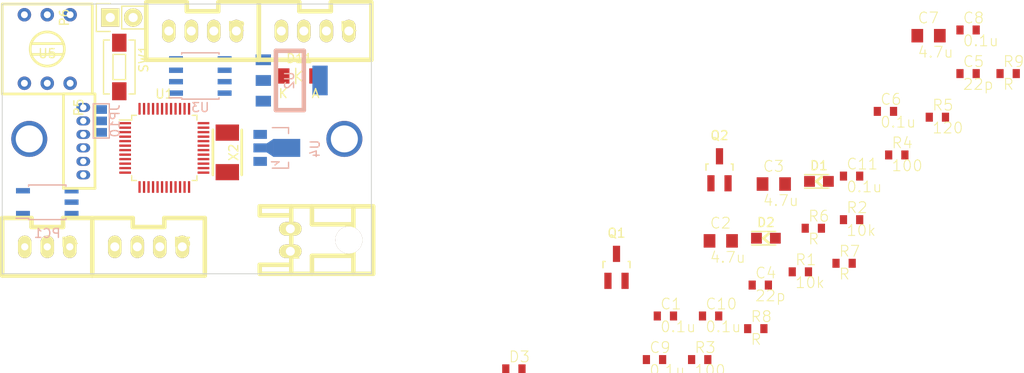
<source format=kicad_pcb>
(kicad_pcb (version 4) (host pcbnew 4.0.5)

  (general
    (links 105)
    (no_connects 105)
    (area -0.050001 -0.050001 41.050001 40.050001)
    (thickness 1.6)
    (drawings 4)
    (tracks 2)
    (zones 0)
    (modules 42)
    (nets 38)
  )

  (page A4)
  (layers
    (0 F.Cu signal)
    (31 B.Cu signal)
    (32 B.Adhes user)
    (33 F.Adhes user)
    (34 B.Paste user)
    (35 F.Paste user)
    (36 B.SilkS user)
    (37 F.SilkS user)
    (38 B.Mask user)
    (39 F.Mask user)
    (40 Dwgs.User user)
    (41 Cmts.User user)
    (42 Eco1.User user)
    (43 Eco2.User user)
    (44 Edge.Cuts user)
    (45 Margin user)
    (46 B.CrtYd user)
    (47 F.CrtYd user)
    (48 B.Fab user)
    (49 F.Fab user)
  )

  (setup
    (last_trace_width 0.25)
    (user_trace_width 0.5)
    (user_trace_width 1)
    (trace_clearance 0.2)
    (zone_clearance 0.2)
    (zone_45_only no)
    (trace_min 0.2)
    (segment_width 0.2)
    (edge_width 0.1)
    (via_size 0.6)
    (via_drill 0.4)
    (via_min_size 0.4)
    (via_min_drill 0.3)
    (user_via 0.8 0.5)
    (user_via 1.2 1)
    (user_via 4 3)
    (uvia_size 0.3)
    (uvia_drill 0.1)
    (uvias_allowed no)
    (uvia_min_size 0.2)
    (uvia_min_drill 0.1)
    (pcb_text_width 0.3)
    (pcb_text_size 1.5 1.5)
    (mod_edge_width 0.15)
    (mod_text_size 1 1)
    (mod_text_width 0.15)
    (pad_size 1.5 1.5)
    (pad_drill 0.6)
    (pad_to_mask_clearance 0)
    (aux_axis_origin 0 0)
    (visible_elements 7FFCFEFF)
    (pcbplotparams
      (layerselection 0x010f0_80000001)
      (usegerberextensions false)
      (excludeedgelayer true)
      (linewidth 0.100000)
      (plotframeref false)
      (viasonmask false)
      (mode 1)
      (useauxorigin false)
      (hpglpennumber 1)
      (hpglpenspeed 20)
      (hpglpendiameter 15)
      (hpglpenoverlay 2)
      (psnegative false)
      (psa4output false)
      (plotreference false)
      (plotvalue true)
      (plotinvisibletext false)
      (padsonsilk false)
      (subtractmaskfromsilk false)
      (outputformat 1)
      (mirror false)
      (drillshape 0)
      (scaleselection 1)
      (outputdirectory ""))
  )

  (net 0 "")
  (net 1 GND)
  (net 2 /NRST)
  (net 3 +12V)
  (net 4 +3.3V)
  (net 5 /OSC_IN)
  (net 6 /OSC_OUT)
  (net 7 +5V)
  (net 8 "Net-(D1-Pad2)")
  (net 9 "Net-(D2-Pad2)")
  (net 10 /LED)
  (net 11 "Net-(D11-Pad2)")
  (net 12 "Net-(JP10-Pad2)")
  (net 13 /CAN_L)
  (net 14 /CAN_H)
  (net 15 /ENC_B)
  (net 16 /ENC_A)
  (net 17 /SWCLK)
  (net 18 /SWDIO)
  (net 19 /USART_TX)
  (net 20 /USART_RX)
  (net 21 "Net-(P6-Pad2)")
  (net 22 /SEL_1)
  (net 23 /SEL_2)
  (net 24 /SEL_4)
  (net 25 /SEL_8)
  (net 26 /CAN_RX)
  (net 27 /CAN_TX)
  (net 28 /BOOT0)
  (net 29 "Net-(P4-Pad3)")
  (net 30 "Net-(P4-Pad2)")
  (net 31 "Net-(P4-Pad1)")
  (net 32 "Net-(PC1-Pad3)")
  (net 33 /PWM_A)
  (net 34 "Net-(Q1-PadD)")
  (net 35 "Net-(D3-Pad2)")
  (net 36 "Net-(Q2-PadG)")
  (net 37 /VALVE)

  (net_class Default "これは標準のネット クラスです。"
    (clearance 0.2)
    (trace_width 0.25)
    (via_dia 0.6)
    (via_drill 0.4)
    (uvia_dia 0.3)
    (uvia_drill 0.1)
    (add_net +12V)
    (add_net +3.3V)
    (add_net +5V)
    (add_net /BOOT0)
    (add_net /CAN_H)
    (add_net /CAN_L)
    (add_net /CAN_RX)
    (add_net /CAN_TX)
    (add_net /ENC_A)
    (add_net /ENC_B)
    (add_net /LED)
    (add_net /NRST)
    (add_net /OSC_IN)
    (add_net /OSC_OUT)
    (add_net /PWM_A)
    (add_net /SEL_1)
    (add_net /SEL_2)
    (add_net /SEL_4)
    (add_net /SEL_8)
    (add_net /SWCLK)
    (add_net /SWDIO)
    (add_net /USART_RX)
    (add_net /USART_TX)
    (add_net /VALVE)
    (add_net GND)
    (add_net "Net-(D1-Pad2)")
    (add_net "Net-(D11-Pad2)")
    (add_net "Net-(D2-Pad2)")
    (add_net "Net-(D3-Pad2)")
    (add_net "Net-(JP10-Pad2)")
    (add_net "Net-(P4-Pad1)")
    (add_net "Net-(P4-Pad2)")
    (add_net "Net-(P4-Pad3)")
    (add_net "Net-(P6-Pad2)")
    (add_net "Net-(PC1-Pad3)")
    (add_net "Net-(Q1-PadD)")
    (add_net "Net-(Q2-PadG)")
  )

  (module RP_KiCAD_Libs:C1608_WP (layer F.Cu) (tedit 57C3E677) (tstamp 5892949E)
    (at 73.66 34.6944)
    (descr <b>CAPACITOR</b>)
    (path /5773C845)
    (fp_text reference C1 (at -0.635 -0.635) (layer F.SilkS)
      (effects (font (size 1.2065 1.2065) (thickness 0.1016)) (justify left bottom))
    )
    (fp_text value 0.1u (at -0.635 1.905) (layer F.SilkS)
      (effects (font (size 1.2065 1.2065) (thickness 0.1016)) (justify left bottom))
    )
    (fp_line (start -0.356 -0.432) (end 0.356 -0.432) (layer Dwgs.User) (width 0.1016))
    (fp_line (start -0.356 0.419) (end 0.356 0.419) (layer Dwgs.User) (width 0.1016))
    (fp_poly (pts (xy -0.8382 0.4699) (xy -0.3381 0.4699) (xy -0.3381 -0.4801) (xy -0.8382 -0.4801)) (layer Dwgs.User) (width 0))
    (fp_poly (pts (xy 0.3302 0.4699) (xy 0.8303 0.4699) (xy 0.8303 -0.4801) (xy 0.3302 -0.4801)) (layer Dwgs.User) (width 0))
    (fp_poly (pts (xy -0.1999 0.3) (xy 0.1999 0.3) (xy 0.1999 -0.3) (xy -0.1999 -0.3)) (layer F.Adhes) (width 0))
    (pad 1 smd rect (at -0.9 0) (size 0.8 1) (layers F.Cu F.Paste F.Mask)
      (net 1 GND))
    (pad 2 smd rect (at 0.9 0) (size 0.8 1) (layers F.Cu F.Paste F.Mask)
      (net 2 /NRST))
    (model Resistors_SMD.3dshapes/R_0603.wrl
      (at (xyz 0 0 0))
      (scale (xyz 1 1 1))
      (rotate (xyz 0 0 0))
    )
  )

  (module RP_KiCAD_Libs:C2012 (layer F.Cu) (tedit 0) (tstamp 589294A4)
    (at 79.81 26.3394)
    (descr <b>CAPACITOR</b>)
    (path /57DCED95)
    (fp_text reference C2 (at -1.27 -1.27) (layer F.SilkS)
      (effects (font (size 1.2065 1.2065) (thickness 0.1016)) (justify left bottom))
    )
    (fp_text value 4.7u (at -1.27 2.54) (layer F.SilkS)
      (effects (font (size 1.2065 1.2065) (thickness 0.1016)) (justify left bottom))
    )
    (fp_line (start -0.381 -0.66) (end 0.381 -0.66) (layer Dwgs.User) (width 0.1016))
    (fp_line (start -0.356 0.66) (end 0.381 0.66) (layer Dwgs.User) (width 0.1016))
    (fp_poly (pts (xy -1.0922 0.7239) (xy -0.3421 0.7239) (xy -0.3421 -0.7262) (xy -1.0922 -0.7262)) (layer Dwgs.User) (width 0))
    (fp_poly (pts (xy 0.3556 0.7239) (xy 1.1057 0.7239) (xy 1.1057 -0.7262) (xy 0.3556 -0.7262)) (layer Dwgs.User) (width 0))
    (fp_poly (pts (xy -0.1001 0.4001) (xy 0.1001 0.4001) (xy 0.1001 -0.4001) (xy -0.1001 -0.4001)) (layer F.Adhes) (width 0))
    (pad 1 smd rect (at -1.25 0) (size 1.3 1.5) (layers F.Cu F.Paste F.Mask)
      (net 3 +12V))
    (pad 2 smd rect (at 1.25 0) (size 1.3 1.5) (layers F.Cu F.Paste F.Mask)
      (net 1 GND))
    (model Resistors_SMD.3dshapes/R_0805.wrl
      (at (xyz 0 0 0))
      (scale (xyz 1 1 1))
      (rotate (xyz 0 0 0))
    )
  )

  (module RP_KiCAD_Libs:C2012 (layer F.Cu) (tedit 0) (tstamp 589294AA)
    (at 85.7 20.0194)
    (descr <b>CAPACITOR</b>)
    (path /5815D48B)
    (fp_text reference C3 (at -1.27 -1.27) (layer F.SilkS)
      (effects (font (size 1.2065 1.2065) (thickness 0.1016)) (justify left bottom))
    )
    (fp_text value 4.7u (at -1.27 2.54) (layer F.SilkS)
      (effects (font (size 1.2065 1.2065) (thickness 0.1016)) (justify left bottom))
    )
    (fp_line (start -0.381 -0.66) (end 0.381 -0.66) (layer Dwgs.User) (width 0.1016))
    (fp_line (start -0.356 0.66) (end 0.381 0.66) (layer Dwgs.User) (width 0.1016))
    (fp_poly (pts (xy -1.0922 0.7239) (xy -0.3421 0.7239) (xy -0.3421 -0.7262) (xy -1.0922 -0.7262)) (layer Dwgs.User) (width 0))
    (fp_poly (pts (xy 0.3556 0.7239) (xy 1.1057 0.7239) (xy 1.1057 -0.7262) (xy 0.3556 -0.7262)) (layer Dwgs.User) (width 0))
    (fp_poly (pts (xy -0.1001 0.4001) (xy 0.1001 0.4001) (xy 0.1001 -0.4001) (xy -0.1001 -0.4001)) (layer F.Adhes) (width 0))
    (pad 1 smd rect (at -1.25 0) (size 1.3 1.5) (layers F.Cu F.Paste F.Mask)
      (net 4 +3.3V))
    (pad 2 smd rect (at 1.25 0) (size 1.3 1.5) (layers F.Cu F.Paste F.Mask)
      (net 1 GND))
    (model Resistors_SMD.3dshapes/R_0805.wrl
      (at (xyz 0 0 0))
      (scale (xyz 1 1 1))
      (rotate (xyz 0 0 0))
    )
  )

  (module RP_KiCAD_Libs:C1608_WP (layer F.Cu) (tedit 57C3E677) (tstamp 589294B0)
    (at 84.2 31.2544)
    (descr <b>CAPACITOR</b>)
    (path /5773C365)
    (fp_text reference C4 (at -0.635 -0.635) (layer F.SilkS)
      (effects (font (size 1.2065 1.2065) (thickness 0.1016)) (justify left bottom))
    )
    (fp_text value 22p (at -0.635 1.905) (layer F.SilkS)
      (effects (font (size 1.2065 1.2065) (thickness 0.1016)) (justify left bottom))
    )
    (fp_line (start -0.356 -0.432) (end 0.356 -0.432) (layer Dwgs.User) (width 0.1016))
    (fp_line (start -0.356 0.419) (end 0.356 0.419) (layer Dwgs.User) (width 0.1016))
    (fp_poly (pts (xy -0.8382 0.4699) (xy -0.3381 0.4699) (xy -0.3381 -0.4801) (xy -0.8382 -0.4801)) (layer Dwgs.User) (width 0))
    (fp_poly (pts (xy 0.3302 0.4699) (xy 0.8303 0.4699) (xy 0.8303 -0.4801) (xy 0.3302 -0.4801)) (layer Dwgs.User) (width 0))
    (fp_poly (pts (xy -0.1999 0.3) (xy 0.1999 0.3) (xy 0.1999 -0.3) (xy -0.1999 -0.3)) (layer F.Adhes) (width 0))
    (pad 1 smd rect (at -0.9 0) (size 0.8 1) (layers F.Cu F.Paste F.Mask)
      (net 5 /OSC_IN))
    (pad 2 smd rect (at 0.9 0) (size 0.8 1) (layers F.Cu F.Paste F.Mask)
      (net 1 GND))
    (model Resistors_SMD.3dshapes/R_0603.wrl
      (at (xyz 0 0 0))
      (scale (xyz 1 1 1))
      (rotate (xyz 0 0 0))
    )
  )

  (module RP_KiCAD_Libs:C1608_WP (layer F.Cu) (tedit 57C3E677) (tstamp 589294B6)
    (at 107.28 7.7344)
    (descr <b>CAPACITOR</b>)
    (path /5773C36B)
    (fp_text reference C5 (at -0.635 -0.635) (layer F.SilkS)
      (effects (font (size 1.2065 1.2065) (thickness 0.1016)) (justify left bottom))
    )
    (fp_text value 22p (at -0.635 1.905) (layer F.SilkS)
      (effects (font (size 1.2065 1.2065) (thickness 0.1016)) (justify left bottom))
    )
    (fp_line (start -0.356 -0.432) (end 0.356 -0.432) (layer Dwgs.User) (width 0.1016))
    (fp_line (start -0.356 0.419) (end 0.356 0.419) (layer Dwgs.User) (width 0.1016))
    (fp_poly (pts (xy -0.8382 0.4699) (xy -0.3381 0.4699) (xy -0.3381 -0.4801) (xy -0.8382 -0.4801)) (layer Dwgs.User) (width 0))
    (fp_poly (pts (xy 0.3302 0.4699) (xy 0.8303 0.4699) (xy 0.8303 -0.4801) (xy 0.3302 -0.4801)) (layer Dwgs.User) (width 0))
    (fp_poly (pts (xy -0.1999 0.3) (xy 0.1999 0.3) (xy 0.1999 -0.3) (xy -0.1999 -0.3)) (layer F.Adhes) (width 0))
    (pad 1 smd rect (at -0.9 0) (size 0.8 1) (layers F.Cu F.Paste F.Mask)
      (net 6 /OSC_OUT))
    (pad 2 smd rect (at 0.9 0) (size 0.8 1) (layers F.Cu F.Paste F.Mask)
      (net 1 GND))
    (model Resistors_SMD.3dshapes/R_0603.wrl
      (at (xyz 0 0 0))
      (scale (xyz 1 1 1))
      (rotate (xyz 0 0 0))
    )
  )

  (module RP_KiCAD_Libs:C1608_WP (layer F.Cu) (tedit 57C3E677) (tstamp 589294BC)
    (at 98.1 11.9344)
    (descr <b>CAPACITOR</b>)
    (path /586F7A9C)
    (fp_text reference C6 (at -0.635 -0.635) (layer F.SilkS)
      (effects (font (size 1.2065 1.2065) (thickness 0.1016)) (justify left bottom))
    )
    (fp_text value 0.1u (at -0.635 1.905) (layer F.SilkS)
      (effects (font (size 1.2065 1.2065) (thickness 0.1016)) (justify left bottom))
    )
    (fp_line (start -0.356 -0.432) (end 0.356 -0.432) (layer Dwgs.User) (width 0.1016))
    (fp_line (start -0.356 0.419) (end 0.356 0.419) (layer Dwgs.User) (width 0.1016))
    (fp_poly (pts (xy -0.8382 0.4699) (xy -0.3381 0.4699) (xy -0.3381 -0.4801) (xy -0.8382 -0.4801)) (layer Dwgs.User) (width 0))
    (fp_poly (pts (xy 0.3302 0.4699) (xy 0.8303 0.4699) (xy 0.8303 -0.4801) (xy 0.3302 -0.4801)) (layer Dwgs.User) (width 0))
    (fp_poly (pts (xy -0.1999 0.3) (xy 0.1999 0.3) (xy 0.1999 -0.3) (xy -0.1999 -0.3)) (layer F.Adhes) (width 0))
    (pad 1 smd rect (at -0.9 0) (size 0.8 1) (layers F.Cu F.Paste F.Mask)
      (net 1 GND))
    (pad 2 smd rect (at 0.9 0) (size 0.8 1) (layers F.Cu F.Paste F.Mask)
      (net 4 +3.3V))
    (model Resistors_SMD.3dshapes/R_0603.wrl
      (at (xyz 0 0 0))
      (scale (xyz 1 1 1))
      (rotate (xyz 0 0 0))
    )
  )

  (module RP_KiCAD_Libs:C2012 (layer F.Cu) (tedit 0) (tstamp 589294C2)
    (at 102.89 3.5194)
    (descr <b>CAPACITOR</b>)
    (path /57DCED4E)
    (fp_text reference C7 (at -1.27 -1.27) (layer F.SilkS)
      (effects (font (size 1.2065 1.2065) (thickness 0.1016)) (justify left bottom))
    )
    (fp_text value 4.7u (at -1.27 2.54) (layer F.SilkS)
      (effects (font (size 1.2065 1.2065) (thickness 0.1016)) (justify left bottom))
    )
    (fp_line (start -0.381 -0.66) (end 0.381 -0.66) (layer Dwgs.User) (width 0.1016))
    (fp_line (start -0.356 0.66) (end 0.381 0.66) (layer Dwgs.User) (width 0.1016))
    (fp_poly (pts (xy -1.0922 0.7239) (xy -0.3421 0.7239) (xy -0.3421 -0.7262) (xy -1.0922 -0.7262)) (layer Dwgs.User) (width 0))
    (fp_poly (pts (xy 0.3556 0.7239) (xy 1.1057 0.7239) (xy 1.1057 -0.7262) (xy 0.3556 -0.7262)) (layer Dwgs.User) (width 0))
    (fp_poly (pts (xy -0.1001 0.4001) (xy 0.1001 0.4001) (xy 0.1001 -0.4001) (xy -0.1001 -0.4001)) (layer F.Adhes) (width 0))
    (pad 1 smd rect (at -1.25 0) (size 1.3 1.5) (layers F.Cu F.Paste F.Mask)
      (net 7 +5V))
    (pad 2 smd rect (at 1.25 0) (size 1.3 1.5) (layers F.Cu F.Paste F.Mask)
      (net 1 GND))
    (model Resistors_SMD.3dshapes/R_0805.wrl
      (at (xyz 0 0 0))
      (scale (xyz 1 1 1))
      (rotate (xyz 0 0 0))
    )
  )

  (module RP_KiCAD_Libs:C1608_WP (layer F.Cu) (tedit 57C3E677) (tstamp 589294C8)
    (at 107.28 2.8844)
    (descr <b>CAPACITOR</b>)
    (path /581BF2D3)
    (fp_text reference C8 (at -0.635 -0.635) (layer F.SilkS)
      (effects (font (size 1.2065 1.2065) (thickness 0.1016)) (justify left bottom))
    )
    (fp_text value 0.1u (at -0.635 1.905) (layer F.SilkS)
      (effects (font (size 1.2065 1.2065) (thickness 0.1016)) (justify left bottom))
    )
    (fp_line (start -0.356 -0.432) (end 0.356 -0.432) (layer Dwgs.User) (width 0.1016))
    (fp_line (start -0.356 0.419) (end 0.356 0.419) (layer Dwgs.User) (width 0.1016))
    (fp_poly (pts (xy -0.8382 0.4699) (xy -0.3381 0.4699) (xy -0.3381 -0.4801) (xy -0.8382 -0.4801)) (layer Dwgs.User) (width 0))
    (fp_poly (pts (xy 0.3302 0.4699) (xy 0.8303 0.4699) (xy 0.8303 -0.4801) (xy 0.3302 -0.4801)) (layer Dwgs.User) (width 0))
    (fp_poly (pts (xy -0.1999 0.3) (xy 0.1999 0.3) (xy 0.1999 -0.3) (xy -0.1999 -0.3)) (layer F.Adhes) (width 0))
    (pad 1 smd rect (at -0.9 0) (size 0.8 1) (layers F.Cu F.Paste F.Mask)
      (net 1 GND))
    (pad 2 smd rect (at 0.9 0) (size 0.8 1) (layers F.Cu F.Paste F.Mask)
      (net 4 +3.3V))
    (model Resistors_SMD.3dshapes/R_0603.wrl
      (at (xyz 0 0 0))
      (scale (xyz 1 1 1))
      (rotate (xyz 0 0 0))
    )
  )

  (module RP_KiCAD_Libs:C1608_WP (layer F.Cu) (tedit 57C3E677) (tstamp 589294CE)
    (at 72.45 39.5444)
    (descr <b>CAPACITOR</b>)
    (path /588AC0E1)
    (fp_text reference C9 (at -0.635 -0.635) (layer F.SilkS)
      (effects (font (size 1.2065 1.2065) (thickness 0.1016)) (justify left bottom))
    )
    (fp_text value 0.1u (at -0.635 1.905) (layer F.SilkS)
      (effects (font (size 1.2065 1.2065) (thickness 0.1016)) (justify left bottom))
    )
    (fp_line (start -0.356 -0.432) (end 0.356 -0.432) (layer Dwgs.User) (width 0.1016))
    (fp_line (start -0.356 0.419) (end 0.356 0.419) (layer Dwgs.User) (width 0.1016))
    (fp_poly (pts (xy -0.8382 0.4699) (xy -0.3381 0.4699) (xy -0.3381 -0.4801) (xy -0.8382 -0.4801)) (layer Dwgs.User) (width 0))
    (fp_poly (pts (xy 0.3302 0.4699) (xy 0.8303 0.4699) (xy 0.8303 -0.4801) (xy 0.3302 -0.4801)) (layer Dwgs.User) (width 0))
    (fp_poly (pts (xy -0.1999 0.3) (xy 0.1999 0.3) (xy 0.1999 -0.3) (xy -0.1999 -0.3)) (layer F.Adhes) (width 0))
    (pad 1 smd rect (at -0.9 0) (size 0.8 1) (layers F.Cu F.Paste F.Mask)
      (net 1 GND))
    (pad 2 smd rect (at 0.9 0) (size 0.8 1) (layers F.Cu F.Paste F.Mask)
      (net 4 +3.3V))
    (model Resistors_SMD.3dshapes/R_0603.wrl
      (at (xyz 0 0 0))
      (scale (xyz 1 1 1))
      (rotate (xyz 0 0 0))
    )
  )

  (module RP_KiCAD_Libs:C1608_WP (layer F.Cu) (tedit 57C3E677) (tstamp 589294D4)
    (at 78.68 34.6944)
    (descr <b>CAPACITOR</b>)
    (path /586F7A8A)
    (fp_text reference C10 (at -0.635 -0.635) (layer F.SilkS)
      (effects (font (size 1.2065 1.2065) (thickness 0.1016)) (justify left bottom))
    )
    (fp_text value 0.1u (at -0.635 1.905) (layer F.SilkS)
      (effects (font (size 1.2065 1.2065) (thickness 0.1016)) (justify left bottom))
    )
    (fp_line (start -0.356 -0.432) (end 0.356 -0.432) (layer Dwgs.User) (width 0.1016))
    (fp_line (start -0.356 0.419) (end 0.356 0.419) (layer Dwgs.User) (width 0.1016))
    (fp_poly (pts (xy -0.8382 0.4699) (xy -0.3381 0.4699) (xy -0.3381 -0.4801) (xy -0.8382 -0.4801)) (layer Dwgs.User) (width 0))
    (fp_poly (pts (xy 0.3302 0.4699) (xy 0.8303 0.4699) (xy 0.8303 -0.4801) (xy 0.3302 -0.4801)) (layer Dwgs.User) (width 0))
    (fp_poly (pts (xy -0.1999 0.3) (xy 0.1999 0.3) (xy 0.1999 -0.3) (xy -0.1999 -0.3)) (layer F.Adhes) (width 0))
    (pad 1 smd rect (at -0.9 0) (size 0.8 1) (layers F.Cu F.Paste F.Mask)
      (net 1 GND))
    (pad 2 smd rect (at 0.9 0) (size 0.8 1) (layers F.Cu F.Paste F.Mask)
      (net 4 +3.3V))
    (model Resistors_SMD.3dshapes/R_0603.wrl
      (at (xyz 0 0 0))
      (scale (xyz 1 1 1))
      (rotate (xyz 0 0 0))
    )
  )

  (module RP_KiCAD_Libs:C1608_WP (layer F.Cu) (tedit 57C3E677) (tstamp 589294DA)
    (at 94.34 19.1344)
    (descr <b>CAPACITOR</b>)
    (path /586F8127)
    (fp_text reference C11 (at -0.635 -0.635) (layer F.SilkS)
      (effects (font (size 1.2065 1.2065) (thickness 0.1016)) (justify left bottom))
    )
    (fp_text value 0.1u (at -0.635 1.905) (layer F.SilkS)
      (effects (font (size 1.2065 1.2065) (thickness 0.1016)) (justify left bottom))
    )
    (fp_line (start -0.356 -0.432) (end 0.356 -0.432) (layer Dwgs.User) (width 0.1016))
    (fp_line (start -0.356 0.419) (end 0.356 0.419) (layer Dwgs.User) (width 0.1016))
    (fp_poly (pts (xy -0.8382 0.4699) (xy -0.3381 0.4699) (xy -0.3381 -0.4801) (xy -0.8382 -0.4801)) (layer Dwgs.User) (width 0))
    (fp_poly (pts (xy 0.3302 0.4699) (xy 0.8303 0.4699) (xy 0.8303 -0.4801) (xy 0.3302 -0.4801)) (layer Dwgs.User) (width 0))
    (fp_poly (pts (xy -0.1999 0.3) (xy 0.1999 0.3) (xy 0.1999 -0.3) (xy -0.1999 -0.3)) (layer F.Adhes) (width 0))
    (pad 1 smd rect (at -0.9 0) (size 0.8 1) (layers F.Cu F.Paste F.Mask)
      (net 1 GND))
    (pad 2 smd rect (at 0.9 0) (size 0.8 1) (layers F.Cu F.Paste F.Mask)
      (net 4 +3.3V))
    (model Resistors_SMD.3dshapes/R_0603.wrl
      (at (xyz 0 0 0))
      (scale (xyz 1 1 1))
      (rotate (xyz 0 0 0))
    )
  )

  (module LEDs:LED_0805 (layer F.Cu) (tedit 57EDF824) (tstamp 589294E0)
    (at 90.715001 19.725)
    (descr "LED 0805 smd package")
    (tags "LED 0805 SMD")
    (path /57DD2FEB)
    (attr smd)
    (fp_text reference D1 (at 0 -1.75) (layer F.SilkS)
      (effects (font (size 1 1) (thickness 0.15)))
    )
    (fp_text value LED (at 0 1.75) (layer F.Fab)
      (effects (font (size 1 1) (thickness 0.15)))
    )
    (fp_line (start -0.3 0) (end 0.3 0.5) (layer F.SilkS) (width 0.3))
    (fp_line (start -0.3 0) (end 0.3 -0.5) (layer F.SilkS) (width 0.3))
    (fp_line (start -1.6 0.75) (end 1.1 0.75) (layer F.SilkS) (width 0.15))
    (fp_line (start -1.6 -0.75) (end 1.1 -0.75) (layer F.SilkS) (width 0.15))
    (fp_line (start 1.9 -0.95) (end 1.9 0.95) (layer F.CrtYd) (width 0.05))
    (fp_line (start 1.9 0.95) (end -1.9 0.95) (layer F.CrtYd) (width 0.05))
    (fp_line (start -1.9 0.95) (end -1.9 -0.95) (layer F.CrtYd) (width 0.05))
    (fp_line (start -1.9 -0.95) (end 1.9 -0.95) (layer F.CrtYd) (width 0.05))
    (pad 2 smd rect (at 1.04902 0 180) (size 1.19888 1.19888) (layers F.Cu F.Paste F.Mask)
      (net 8 "Net-(D1-Pad2)"))
    (pad 1 smd rect (at -1.04902 0 180) (size 1.19888 1.19888) (layers F.Cu F.Paste F.Mask)
      (net 4 +3.3V))
    (model LEDs.3dshapes/LED_0805.wrl
      (at (xyz 0 0 0))
      (scale (xyz 1 1 1))
      (rotate (xyz 0 0 0))
    )
  )

  (module LEDs:LED_0805 (layer F.Cu) (tedit 57EDF824) (tstamp 589294E6)
    (at 84.825001 26.045)
    (descr "LED 0805 smd package")
    (tags "LED 0805 SMD")
    (path /57DD3BCB)
    (attr smd)
    (fp_text reference D2 (at 0 -1.75) (layer F.SilkS)
      (effects (font (size 1 1) (thickness 0.15)))
    )
    (fp_text value LED (at 0 1.75) (layer F.Fab)
      (effects (font (size 1 1) (thickness 0.15)))
    )
    (fp_line (start -0.3 0) (end 0.3 0.5) (layer F.SilkS) (width 0.3))
    (fp_line (start -0.3 0) (end 0.3 -0.5) (layer F.SilkS) (width 0.3))
    (fp_line (start -1.6 0.75) (end 1.1 0.75) (layer F.SilkS) (width 0.15))
    (fp_line (start -1.6 -0.75) (end 1.1 -0.75) (layer F.SilkS) (width 0.15))
    (fp_line (start 1.9 -0.95) (end 1.9 0.95) (layer F.CrtYd) (width 0.05))
    (fp_line (start 1.9 0.95) (end -1.9 0.95) (layer F.CrtYd) (width 0.05))
    (fp_line (start -1.9 0.95) (end -1.9 -0.95) (layer F.CrtYd) (width 0.05))
    (fp_line (start -1.9 -0.95) (end 1.9 -0.95) (layer F.CrtYd) (width 0.05))
    (pad 2 smd rect (at 1.04902 0 180) (size 1.19888 1.19888) (layers F.Cu F.Paste F.Mask)
      (net 9 "Net-(D2-Pad2)"))
    (pad 1 smd rect (at -1.04902 0 180) (size 1.19888 1.19888) (layers F.Cu F.Paste F.Mask)
      (net 10 /LED))
    (model LEDs.3dshapes/LED_0805.wrl
      (at (xyz 0 0 0))
      (scale (xyz 1 1 1))
      (rotate (xyz 0 0 0))
    )
  )

  (module RP_KiCAD_Libs:C1608_WP (layer F.Cu) (tedit 57C3E677) (tstamp 589294EC)
    (at 56.83 40.5744)
    (descr <b>CAPACITOR</b>)
    (path /5892A482)
    (fp_text reference D3 (at -0.635 -0.635) (layer F.SilkS)
      (effects (font (size 1.2065 1.2065) (thickness 0.1016)) (justify left bottom))
    )
    (fp_text value DIODE (at -0.635 1.905) (layer F.SilkS)
      (effects (font (size 1.2065 1.2065) (thickness 0.1016)) (justify left bottom))
    )
    (fp_line (start -0.356 -0.432) (end 0.356 -0.432) (layer Dwgs.User) (width 0.1016))
    (fp_line (start -0.356 0.419) (end 0.356 0.419) (layer Dwgs.User) (width 0.1016))
    (fp_poly (pts (xy -0.8382 0.4699) (xy -0.3381 0.4699) (xy -0.3381 -0.4801) (xy -0.8382 -0.4801)) (layer Dwgs.User) (width 0))
    (fp_poly (pts (xy 0.3302 0.4699) (xy 0.8303 0.4699) (xy 0.8303 -0.4801) (xy 0.3302 -0.4801)) (layer Dwgs.User) (width 0))
    (fp_poly (pts (xy -0.1999 0.3) (xy 0.1999 0.3) (xy 0.1999 -0.3) (xy -0.1999 -0.3)) (layer F.Adhes) (width 0))
    (pad 1 smd rect (at -0.9 0) (size 0.8 1) (layers F.Cu F.Paste F.Mask)
      (net 3 +12V))
    (pad 2 smd rect (at 0.9 0) (size 0.8 1) (layers F.Cu F.Paste F.Mask)
      (net 35 "Net-(D3-Pad2)"))
    (model Resistors_SMD.3dshapes/R_0603.wrl
      (at (xyz 0 0 0))
      (scale (xyz 1 1 1))
      (rotate (xyz 0 0 0))
    )
  )

  (module Diodes_SMD:MiniMELF_Standard (layer F.Cu) (tedit 55364937) (tstamp 589294F2)
    (at 33 8)
    (descr "Diode Mini-MELF Standard")
    (tags "Diode Mini-MELF Standard")
    (path /5847EBBD)
    (attr smd)
    (fp_text reference D11 (at 0 -1.95) (layer F.SilkS)
      (effects (font (size 1 1) (thickness 0.15)))
    )
    (fp_text value DIODE (at 0 3.81) (layer F.Fab)
      (effects (font (size 1 1) (thickness 0.15)))
    )
    (fp_line (start -2.55 -1) (end 2.55 -1) (layer F.CrtYd) (width 0.05))
    (fp_line (start 2.55 -1) (end 2.55 1) (layer F.CrtYd) (width 0.05))
    (fp_line (start 2.55 1) (end -2.55 1) (layer F.CrtYd) (width 0.05))
    (fp_line (start -2.55 1) (end -2.55 -1) (layer F.CrtYd) (width 0.05))
    (fp_line (start -0.40024 0.0508) (end 0.60052 -0.85) (layer F.SilkS) (width 0.15))
    (fp_line (start 0.60052 -0.85) (end 0.60052 0.85) (layer F.SilkS) (width 0.15))
    (fp_line (start 0.60052 0.85) (end -0.40024 0) (layer F.SilkS) (width 0.15))
    (fp_line (start -0.40024 -0.85) (end -0.40024 0.85) (layer F.SilkS) (width 0.15))
    (fp_text user K (at -1.8 1.95) (layer F.SilkS)
      (effects (font (size 1 1) (thickness 0.15)))
    )
    (fp_text user A (at 1.8 1.95) (layer F.SilkS)
      (effects (font (size 1 1) (thickness 0.15)))
    )
    (fp_circle (center 0 0) (end 0 0.55118) (layer F.Adhes) (width 0.381))
    (fp_circle (center 0 0) (end 0 0.20066) (layer F.Adhes) (width 0.381))
    (pad 1 smd rect (at -1.75006 0) (size 1.30048 1.69926) (layers F.Cu F.Paste F.Mask)
      (net 3 +12V))
    (pad 2 smd rect (at 1.75006 0) (size 1.30048 1.69926) (layers F.Cu F.Paste F.Mask)
      (net 11 "Net-(D11-Pad2)"))
    (model Diodes_SMD.3dshapes/MiniMELF_Standard.wrl
      (at (xyz 0 0 0))
      (scale (xyz 0.3937 0.3937 0.3937))
      (rotate (xyz 0 0 0))
    )
  )

  (module Connect:GS3 (layer B.Cu) (tedit 0) (tstamp 589294F9)
    (at 11 13)
    (descr "Pontet Goute de soudure")
    (path /5815AB47)
    (attr virtual)
    (fp_text reference JP10 (at 1.524 0 270) (layer B.SilkS)
      (effects (font (size 1 1) (thickness 0.15)) (justify mirror))
    )
    (fp_text value JUMPER3 (at 1.524 0 270) (layer B.Fab)
      (effects (font (size 1 1) (thickness 0.15)) (justify mirror))
    )
    (fp_line (start -0.889 1.905) (end -0.889 -1.905) (layer B.SilkS) (width 0.15))
    (fp_line (start -0.889 -1.905) (end 0.889 -1.905) (layer B.SilkS) (width 0.15))
    (fp_line (start 0.889 -1.905) (end 0.889 1.905) (layer B.SilkS) (width 0.15))
    (fp_line (start -0.889 1.905) (end 0.889 1.905) (layer B.SilkS) (width 0.15))
    (pad 1 smd rect (at 0 1.27) (size 1.27 0.9652) (layers B.Cu B.Paste B.Mask)
      (net 2 /NRST))
    (pad 2 smd rect (at 0 0) (size 1.27 0.9652) (layers B.Cu B.Paste B.Mask)
      (net 12 "Net-(JP10-Pad2)"))
    (pad 3 smd rect (at 0 -1.27) (size 1.27 0.9652) (layers B.Cu B.Paste B.Mask)
      (net 4 +3.3V))
  )

  (module RP_KiCAD_Connector:ZH_6T (layer F.Cu) (tedit 585B7582) (tstamp 58929525)
    (at 9 11.5 270)
    (path /57DDCDDC)
    (fp_text reference P5 (at 0 0.5 270) (layer F.SilkS)
      (effects (font (size 1 1) (thickness 0.15)))
    )
    (fp_text value CONN_01X06 (at 3.5 1.5 270) (layer F.Fab)
      (effects (font (size 1 1) (thickness 0.15)))
    )
    (fp_line (start -1.5 -1.3) (end 9 -1.3) (layer F.SilkS) (width 0.3))
    (fp_line (start 9 -1.3) (end 9 2.2) (layer F.SilkS) (width 0.3))
    (fp_line (start 9 2.2) (end -1.5 2.2) (layer F.SilkS) (width 0.3))
    (fp_line (start -1.5 2.2) (end -1.5 -1.3) (layer F.SilkS) (width 0.3))
    (pad 1 thru_hole oval (at 0 0 270) (size 1 1.524) (drill 0.7) (layers *.Cu *.Mask)
      (net 1 GND))
    (pad 2 thru_hole oval (at 1.5 0 270) (size 1 1.524) (drill 0.7) (layers *.Cu *.Mask)
      (net 12 "Net-(JP10-Pad2)"))
    (pad 3 thru_hole oval (at 3 0 270) (size 1 1.524) (drill 0.7) (layers *.Cu *.Mask)
      (net 17 /SWCLK))
    (pad 4 thru_hole oval (at 4.5 0 270) (size 1 1.524) (drill 0.7) (layers *.Cu *.Mask)
      (net 18 /SWDIO))
    (pad 5 thru_hole oval (at 6 0 270) (size 1 1.524) (drill 0.7) (layers *.Cu *.Mask)
      (net 19 /USART_TX))
    (pad 6 thru_hole oval (at 7.5 0 270) (size 1 1.524) (drill 0.7) (layers *.Cu *.Mask)
      (net 20 /USART_RX))
    (model conn_ZRandZH/ZH_6T.wrl
      (at (xyz 0.148 0.05 0))
      (scale (xyz 4 4 4))
      (rotate (xyz -90 0 180))
    )
  )

  (module Pin_Headers:Pin_Header_Straight_1x02 (layer F.Cu) (tedit 54EA090C) (tstamp 5892952B)
    (at 12 1.5 90)
    (descr "Through hole pin header")
    (tags "pin header")
    (path /57E11162)
    (fp_text reference P6 (at 0 -5.1 90) (layer F.SilkS)
      (effects (font (size 1 1) (thickness 0.15)))
    )
    (fp_text value CONN_01X02 (at 0 -3.1 90) (layer F.Fab)
      (effects (font (size 1 1) (thickness 0.15)))
    )
    (fp_line (start 1.27 1.27) (end 1.27 3.81) (layer F.SilkS) (width 0.15))
    (fp_line (start 1.55 -1.55) (end 1.55 0) (layer F.SilkS) (width 0.15))
    (fp_line (start -1.75 -1.75) (end -1.75 4.3) (layer F.CrtYd) (width 0.05))
    (fp_line (start 1.75 -1.75) (end 1.75 4.3) (layer F.CrtYd) (width 0.05))
    (fp_line (start -1.75 -1.75) (end 1.75 -1.75) (layer F.CrtYd) (width 0.05))
    (fp_line (start -1.75 4.3) (end 1.75 4.3) (layer F.CrtYd) (width 0.05))
    (fp_line (start 1.27 1.27) (end -1.27 1.27) (layer F.SilkS) (width 0.15))
    (fp_line (start -1.55 0) (end -1.55 -1.55) (layer F.SilkS) (width 0.15))
    (fp_line (start -1.55 -1.55) (end 1.55 -1.55) (layer F.SilkS) (width 0.15))
    (fp_line (start -1.27 1.27) (end -1.27 3.81) (layer F.SilkS) (width 0.15))
    (fp_line (start -1.27 3.81) (end 1.27 3.81) (layer F.SilkS) (width 0.15))
    (pad 1 thru_hole rect (at 0 0 90) (size 2.032 2.032) (drill 1.016) (layers *.Cu *.Mask F.SilkS)
      (net 14 /CAN_H))
    (pad 2 thru_hole oval (at 0 2.54 90) (size 2.032 2.032) (drill 1.016) (layers *.Cu *.Mask F.SilkS)
      (net 21 "Net-(P6-Pad2)"))
    (model Pin_Headers.3dshapes/Pin_Header_Straight_1x02.wrl
      (at (xyz 0 -0.05 0))
      (scale (xyz 1 1 1))
      (rotate (xyz 0 0 90))
    )
  )

  (module RP_KiCAD_Connector:XA_2LC (layer F.Cu) (tedit 5763B232) (tstamp 58929532)
    (at 32 27.5 90)
    (path /5892A56E)
    (fp_text reference P7 (at 0 0.5 90) (layer F.SilkS)
      (effects (font (size 1 1) (thickness 0.15)))
    )
    (fp_text value CONN_01X02 (at 0 -0.5 90) (layer F.Fab)
      (effects (font (size 1 1) (thickness 0.15)))
    )
    (fp_line (start -1.5 -3.4) (end -2.5 -3.4) (layer F.SilkS) (width 0.5))
    (fp_line (start 5 -3.4) (end 4 -3.4) (layer F.SilkS) (width 0.5))
    (fp_line (start 4 -3.4) (end 4 0.1) (layer F.SilkS) (width 0.5))
    (fp_line (start -1.5 -3.4) (end -1.5 0.1) (layer F.SilkS) (width 0.5))
    (fp_line (start 3 2.4) (end 5 2.4) (layer F.SilkS) (width 0.5))
    (fp_line (start -0.5 2.4) (end -2.5 2.4) (layer F.SilkS) (width 0.5))
    (fp_line (start 3 2.4) (end 3 7) (layer F.SilkS) (width 0.5))
    (fp_line (start -0.5 2.4) (end -0.5 7) (layer F.SilkS) (width 0.5))
    (fp_line (start -2.5 0.1) (end 5 0.1) (layer F.SilkS) (width 0.5))
    (fp_line (start -2.5 7) (end 5 7) (layer F.SilkS) (width 0.5))
    (fp_line (start -2.5 9.2) (end 5 9.2) (layer F.SilkS) (width 0.5))
    (fp_line (start 5 -3.4) (end 5 9.2) (layer F.SilkS) (width 0.5))
    (fp_line (start -2.5 -3.4) (end -2.5 9.2) (layer F.SilkS) (width 0.5))
    (pad 1 thru_hole oval (at 0 0 90) (size 1.5 2.5) (drill 1) (layers *.Cu *.Mask F.SilkS)
      (net 3 +12V))
    (pad 2 thru_hole oval (at 2.5 0 90) (size 1.5 2.5) (drill 1) (layers *.Cu *.Mask F.SilkS)
      (net 35 "Net-(D3-Pad2)"))
    (pad "" thru_hole circle (at 1.25 6.5 90) (size 3 3) (drill 3) (layers *.Cu *.Mask F.SilkS)
      (clearance -0.3))
    (model conn_XA/XA_2S.wrl
      (at (xyz 0.05 -0.2 0))
      (scale (xyz 4 4 4))
      (rotate (xyz 0 0 180))
    )
  )

  (module RP_KiCAD_Libs:SOIC-5_3.9x4.9mm_Pitch1.27mm (layer B.Cu) (tedit 58896ED9) (tstamp 5892953B)
    (at 5 22)
    (descr "5-Lead Plastic Small Outline (SN) - Narrow, 3.90 mm Body [SOIC] (see Microchip Packaging Specification 00000049BS.pdf)")
    (tags "SOIC 1.27")
    (path /58899202)
    (attr smd)
    (fp_text reference PC1 (at 0 3.5) (layer B.SilkS)
      (effects (font (size 1 1) (thickness 0.15)) (justify mirror))
    )
    (fp_text value TLP117 (at 0 -3.5) (layer B.Fab)
      (effects (font (size 1 1) (thickness 0.15)) (justify mirror))
    )
    (fp_line (start -3.75 2.75) (end -3.75 -2.75) (layer B.CrtYd) (width 0.05))
    (fp_line (start 3.75 2.75) (end 3.75 -2.75) (layer B.CrtYd) (width 0.05))
    (fp_line (start -3.75 2.75) (end 3.75 2.75) (layer B.CrtYd) (width 0.05))
    (fp_line (start -3.75 -2.75) (end 3.75 -2.75) (layer B.CrtYd) (width 0.05))
    (fp_line (start -2.075 1.975) (end -2.075 1.83) (layer B.SilkS) (width 0.15))
    (fp_line (start 2.075 1.975) (end 2.075 1.83) (layer B.SilkS) (width 0.15))
    (fp_line (start 2.075 -1.875) (end 2.075 -1.73) (layer B.SilkS) (width 0.15))
    (fp_line (start -2.075 -1.875) (end -2.075 -1.73) (layer B.SilkS) (width 0.15))
    (fp_line (start -2.075 1.975) (end 2.075 1.975) (layer B.SilkS) (width 0.15))
    (fp_line (start -2.075 -1.875) (end 2.075 -1.875) (layer B.SilkS) (width 0.15))
    (fp_line (start -2.075 1.83) (end -3.475 1.83) (layer B.SilkS) (width 0.15))
    (pad 1 smd rect (at -2.7 1.305) (size 1.55 0.6) (layers B.Cu B.Paste B.Mask)
      (net 7 +5V))
    (pad 3 smd rect (at -2.7 -1.235) (size 1.55 0.6) (layers B.Cu B.Paste B.Mask)
      (net 32 "Net-(PC1-Pad3)"))
    (pad 4 smd rect (at 2.7 -1.235) (size 1.55 0.6) (layers B.Cu B.Paste B.Mask)
      (net 31 "Net-(P4-Pad1)"))
    (pad 5 smd rect (at 2.7 0.035) (size 1.55 0.6) (layers B.Cu B.Paste B.Mask)
      (net 29 "Net-(P4-Pad3)"))
    (pad 6 smd rect (at 2.7 1.305) (size 1.55 0.6) (layers B.Cu B.Paste B.Mask)
      (net 30 "Net-(P4-Pad2)"))
  )

  (module TO_SOT_Packages_SMD:SOT-23_Handsoldering (layer F.Cu) (tedit 56FA59B0) (tstamp 58929542)
    (at 68.228095 29.285)
    (descr "SOT-23, Handsoldering")
    (tags SOT-23)
    (path /5889A670)
    (attr smd)
    (fp_text reference Q1 (at 0 -3.81) (layer F.SilkS)
      (effects (font (size 1 1) (thickness 0.15)))
    )
    (fp_text value MOSFET_N (at 0 3.81) (layer F.Fab)
      (effects (font (size 1 1) (thickness 0.15)))
    )
    (fp_line (start -1.49982 0.0508) (end -1.49982 -0.65024) (layer F.SilkS) (width 0.15))
    (fp_line (start -1.49982 -0.65024) (end -1.2509 -0.65024) (layer F.SilkS) (width 0.15))
    (fp_line (start 1.29916 -0.65024) (end 1.49982 -0.65024) (layer F.SilkS) (width 0.15))
    (fp_line (start 1.49982 -0.65024) (end 1.49982 0.0508) (layer F.SilkS) (width 0.15))
    (pad G smd rect (at -0.95 1.50114) (size 0.8001 1.80086) (layers F.Cu F.Paste F.Mask)
      (net 33 /PWM_A))
    (pad S smd rect (at 0.95 1.50114) (size 0.8001 1.80086) (layers F.Cu F.Paste F.Mask)
      (net 1 GND))
    (pad D smd rect (at 0 -1.50114) (size 0.8001 1.80086) (layers F.Cu F.Paste F.Mask)
      (net 34 "Net-(Q1-PadD)"))
    (model TO_SOT_Packages_SMD.3dshapes/SOT-23_Handsoldering.wrl
      (at (xyz 0 0 0))
      (scale (xyz 1 1 1))
      (rotate (xyz 0 0 0))
    )
  )

  (module TO_SOT_Packages_SMD:SOT-23_Handsoldering (layer F.Cu) (tedit 56FA59B0) (tstamp 58929549)
    (at 79.668095 18.435)
    (descr "SOT-23, Handsoldering")
    (tags SOT-23)
    (path /5892A12E)
    (attr smd)
    (fp_text reference Q2 (at 0 -3.81) (layer F.SilkS)
      (effects (font (size 1 1) (thickness 0.15)))
    )
    (fp_text value MOSFET_N (at 0 3.81) (layer F.Fab)
      (effects (font (size 1 1) (thickness 0.15)))
    )
    (fp_line (start -1.49982 0.0508) (end -1.49982 -0.65024) (layer F.SilkS) (width 0.15))
    (fp_line (start -1.49982 -0.65024) (end -1.2509 -0.65024) (layer F.SilkS) (width 0.15))
    (fp_line (start 1.29916 -0.65024) (end 1.49982 -0.65024) (layer F.SilkS) (width 0.15))
    (fp_line (start 1.49982 -0.65024) (end 1.49982 0.0508) (layer F.SilkS) (width 0.15))
    (pad G smd rect (at -0.95 1.50114) (size 0.8001 1.80086) (layers F.Cu F.Paste F.Mask)
      (net 36 "Net-(Q2-PadG)"))
    (pad S smd rect (at 0.95 1.50114) (size 0.8001 1.80086) (layers F.Cu F.Paste F.Mask)
      (net 1 GND))
    (pad D smd rect (at 0 -1.50114) (size 0.8001 1.80086) (layers F.Cu F.Paste F.Mask)
      (net 35 "Net-(D3-Pad2)"))
    (model TO_SOT_Packages_SMD.3dshapes/SOT-23_Handsoldering.wrl
      (at (xyz 0 0 0))
      (scale (xyz 1 1 1))
      (rotate (xyz 0 0 0))
    )
  )

  (module RP_KiCAD_Libs:C1608_WP (layer F.Cu) (tedit 57C3E677) (tstamp 5892954F)
    (at 88.65 29.7844)
    (descr <b>CAPACITOR</b>)
    (path /5773CB7C)
    (fp_text reference R1 (at -0.635 -0.635) (layer F.SilkS)
      (effects (font (size 1.2065 1.2065) (thickness 0.1016)) (justify left bottom))
    )
    (fp_text value 10k (at -0.635 1.905) (layer F.SilkS)
      (effects (font (size 1.2065 1.2065) (thickness 0.1016)) (justify left bottom))
    )
    (fp_line (start -0.356 -0.432) (end 0.356 -0.432) (layer Dwgs.User) (width 0.1016))
    (fp_line (start -0.356 0.419) (end 0.356 0.419) (layer Dwgs.User) (width 0.1016))
    (fp_poly (pts (xy -0.8382 0.4699) (xy -0.3381 0.4699) (xy -0.3381 -0.4801) (xy -0.8382 -0.4801)) (layer Dwgs.User) (width 0))
    (fp_poly (pts (xy 0.3302 0.4699) (xy 0.8303 0.4699) (xy 0.8303 -0.4801) (xy 0.3302 -0.4801)) (layer Dwgs.User) (width 0))
    (fp_poly (pts (xy -0.1999 0.3) (xy 0.1999 0.3) (xy 0.1999 -0.3) (xy -0.1999 -0.3)) (layer F.Adhes) (width 0))
    (pad 1 smd rect (at -0.9 0) (size 0.8 1) (layers F.Cu F.Paste F.Mask)
      (net 4 +3.3V))
    (pad 2 smd rect (at 0.9 0) (size 0.8 1) (layers F.Cu F.Paste F.Mask)
      (net 2 /NRST))
    (model Resistors_SMD.3dshapes/R_0603.wrl
      (at (xyz 0 0 0))
      (scale (xyz 1 1 1))
      (rotate (xyz 0 0 0))
    )
  )

  (module RP_KiCAD_Libs:C1608_WP (layer F.Cu) (tedit 57C3E677) (tstamp 58929555)
    (at 94.34 23.9844)
    (descr <b>CAPACITOR</b>)
    (path /5773D19C)
    (fp_text reference R2 (at -0.635 -0.635) (layer F.SilkS)
      (effects (font (size 1.2065 1.2065) (thickness 0.1016)) (justify left bottom))
    )
    (fp_text value 10k (at -0.635 1.905) (layer F.SilkS)
      (effects (font (size 1.2065 1.2065) (thickness 0.1016)) (justify left bottom))
    )
    (fp_line (start -0.356 -0.432) (end 0.356 -0.432) (layer Dwgs.User) (width 0.1016))
    (fp_line (start -0.356 0.419) (end 0.356 0.419) (layer Dwgs.User) (width 0.1016))
    (fp_poly (pts (xy -0.8382 0.4699) (xy -0.3381 0.4699) (xy -0.3381 -0.4801) (xy -0.8382 -0.4801)) (layer Dwgs.User) (width 0))
    (fp_poly (pts (xy 0.3302 0.4699) (xy 0.8303 0.4699) (xy 0.8303 -0.4801) (xy 0.3302 -0.4801)) (layer Dwgs.User) (width 0))
    (fp_poly (pts (xy -0.1999 0.3) (xy 0.1999 0.3) (xy 0.1999 -0.3) (xy -0.1999 -0.3)) (layer F.Adhes) (width 0))
    (pad 1 smd rect (at -0.9 0) (size 0.8 1) (layers F.Cu F.Paste F.Mask)
      (net 1 GND))
    (pad 2 smd rect (at 0.9 0) (size 0.8 1) (layers F.Cu F.Paste F.Mask)
      (net 28 /BOOT0))
    (model Resistors_SMD.3dshapes/R_0603.wrl
      (at (xyz 0 0 0))
      (scale (xyz 1 1 1))
      (rotate (xyz 0 0 0))
    )
  )

  (module RP_KiCAD_Libs:C1608_WP (layer F.Cu) (tedit 57C3E677) (tstamp 5892955B)
    (at 77.47 39.5444)
    (descr <b>CAPACITOR</b>)
    (path /57DD3091)
    (fp_text reference R3 (at -0.635 -0.635) (layer F.SilkS)
      (effects (font (size 1.2065 1.2065) (thickness 0.1016)) (justify left bottom))
    )
    (fp_text value 100 (at -0.635 1.905) (layer F.SilkS)
      (effects (font (size 1.2065 1.2065) (thickness 0.1016)) (justify left bottom))
    )
    (fp_line (start -0.356 -0.432) (end 0.356 -0.432) (layer Dwgs.User) (width 0.1016))
    (fp_line (start -0.356 0.419) (end 0.356 0.419) (layer Dwgs.User) (width 0.1016))
    (fp_poly (pts (xy -0.8382 0.4699) (xy -0.3381 0.4699) (xy -0.3381 -0.4801) (xy -0.8382 -0.4801)) (layer Dwgs.User) (width 0))
    (fp_poly (pts (xy 0.3302 0.4699) (xy 0.8303 0.4699) (xy 0.8303 -0.4801) (xy 0.3302 -0.4801)) (layer Dwgs.User) (width 0))
    (fp_poly (pts (xy -0.1999 0.3) (xy 0.1999 0.3) (xy 0.1999 -0.3) (xy -0.1999 -0.3)) (layer F.Adhes) (width 0))
    (pad 1 smd rect (at -0.9 0) (size 0.8 1) (layers F.Cu F.Paste F.Mask)
      (net 8 "Net-(D1-Pad2)"))
    (pad 2 smd rect (at 0.9 0) (size 0.8 1) (layers F.Cu F.Paste F.Mask)
      (net 1 GND))
    (model Resistors_SMD.3dshapes/R_0603.wrl
      (at (xyz 0 0 0))
      (scale (xyz 1 1 1))
      (rotate (xyz 0 0 0))
    )
  )

  (module RP_KiCAD_Libs:C1608_WP (layer F.Cu) (tedit 57C3E677) (tstamp 58929561)
    (at 99.36 16.7844)
    (descr <b>CAPACITOR</b>)
    (path /57DD3BD1)
    (fp_text reference R4 (at -0.635 -0.635) (layer F.SilkS)
      (effects (font (size 1.2065 1.2065) (thickness 0.1016)) (justify left bottom))
    )
    (fp_text value 100 (at -0.635 1.905) (layer F.SilkS)
      (effects (font (size 1.2065 1.2065) (thickness 0.1016)) (justify left bottom))
    )
    (fp_line (start -0.356 -0.432) (end 0.356 -0.432) (layer Dwgs.User) (width 0.1016))
    (fp_line (start -0.356 0.419) (end 0.356 0.419) (layer Dwgs.User) (width 0.1016))
    (fp_poly (pts (xy -0.8382 0.4699) (xy -0.3381 0.4699) (xy -0.3381 -0.4801) (xy -0.8382 -0.4801)) (layer Dwgs.User) (width 0))
    (fp_poly (pts (xy 0.3302 0.4699) (xy 0.8303 0.4699) (xy 0.8303 -0.4801) (xy 0.3302 -0.4801)) (layer Dwgs.User) (width 0))
    (fp_poly (pts (xy -0.1999 0.3) (xy 0.1999 0.3) (xy 0.1999 -0.3) (xy -0.1999 -0.3)) (layer F.Adhes) (width 0))
    (pad 1 smd rect (at -0.9 0) (size 0.8 1) (layers F.Cu F.Paste F.Mask)
      (net 9 "Net-(D2-Pad2)"))
    (pad 2 smd rect (at 0.9 0) (size 0.8 1) (layers F.Cu F.Paste F.Mask)
      (net 1 GND))
    (model Resistors_SMD.3dshapes/R_0603.wrl
      (at (xyz 0 0 0))
      (scale (xyz 1 1 1))
      (rotate (xyz 0 0 0))
    )
  )

  (module RP_KiCAD_Libs:C1608_WP (layer F.Cu) (tedit 57C3E677) (tstamp 58929567)
    (at 103.87 12.5844)
    (descr <b>CAPACITOR</b>)
    (path /57E111F2)
    (fp_text reference R5 (at -0.635 -0.635) (layer F.SilkS)
      (effects (font (size 1.2065 1.2065) (thickness 0.1016)) (justify left bottom))
    )
    (fp_text value 120 (at -0.635 1.905) (layer F.SilkS)
      (effects (font (size 1.2065 1.2065) (thickness 0.1016)) (justify left bottom))
    )
    (fp_line (start -0.356 -0.432) (end 0.356 -0.432) (layer Dwgs.User) (width 0.1016))
    (fp_line (start -0.356 0.419) (end 0.356 0.419) (layer Dwgs.User) (width 0.1016))
    (fp_poly (pts (xy -0.8382 0.4699) (xy -0.3381 0.4699) (xy -0.3381 -0.4801) (xy -0.8382 -0.4801)) (layer Dwgs.User) (width 0))
    (fp_poly (pts (xy 0.3302 0.4699) (xy 0.8303 0.4699) (xy 0.8303 -0.4801) (xy 0.3302 -0.4801)) (layer Dwgs.User) (width 0))
    (fp_poly (pts (xy -0.1999 0.3) (xy 0.1999 0.3) (xy 0.1999 -0.3) (xy -0.1999 -0.3)) (layer F.Adhes) (width 0))
    (pad 1 smd rect (at -0.9 0) (size 0.8 1) (layers F.Cu F.Paste F.Mask)
      (net 13 /CAN_L))
    (pad 2 smd rect (at 0.9 0) (size 0.8 1) (layers F.Cu F.Paste F.Mask)
      (net 21 "Net-(P6-Pad2)"))
    (model Resistors_SMD.3dshapes/R_0603.wrl
      (at (xyz 0 0 0))
      (scale (xyz 1 1 1))
      (rotate (xyz 0 0 0))
    )
  )

  (module RP_KiCAD_Libs:C1608_WP (layer F.Cu) (tedit 57C3E677) (tstamp 5892956D)
    (at 90.09 24.9344)
    (descr <b>CAPACITOR</b>)
    (path /58700099)
    (fp_text reference R6 (at -0.635 -0.635) (layer F.SilkS)
      (effects (font (size 1.2065 1.2065) (thickness 0.1016)) (justify left bottom))
    )
    (fp_text value R (at -0.635 1.905) (layer F.SilkS)
      (effects (font (size 1.2065 1.2065) (thickness 0.1016)) (justify left bottom))
    )
    (fp_line (start -0.356 -0.432) (end 0.356 -0.432) (layer Dwgs.User) (width 0.1016))
    (fp_line (start -0.356 0.419) (end 0.356 0.419) (layer Dwgs.User) (width 0.1016))
    (fp_poly (pts (xy -0.8382 0.4699) (xy -0.3381 0.4699) (xy -0.3381 -0.4801) (xy -0.8382 -0.4801)) (layer Dwgs.User) (width 0))
    (fp_poly (pts (xy 0.3302 0.4699) (xy 0.8303 0.4699) (xy 0.8303 -0.4801) (xy 0.3302 -0.4801)) (layer Dwgs.User) (width 0))
    (fp_poly (pts (xy -0.1999 0.3) (xy 0.1999 0.3) (xy 0.1999 -0.3) (xy -0.1999 -0.3)) (layer F.Adhes) (width 0))
    (pad 1 smd rect (at -0.9 0) (size 0.8 1) (layers F.Cu F.Paste F.Mask)
      (net 4 +3.3V))
    (pad 2 smd rect (at 0.9 0) (size 0.8 1) (layers F.Cu F.Paste F.Mask)
      (net 16 /ENC_A))
    (model Resistors_SMD.3dshapes/R_0603.wrl
      (at (xyz 0 0 0))
      (scale (xyz 1 1 1))
      (rotate (xyz 0 0 0))
    )
  )

  (module RP_KiCAD_Libs:C1608_WP (layer F.Cu) (tedit 57C3E677) (tstamp 58929573)
    (at 93.51 28.8344)
    (descr <b>CAPACITOR</b>)
    (path /5870012D)
    (fp_text reference R7 (at -0.635 -0.635) (layer F.SilkS)
      (effects (font (size 1.2065 1.2065) (thickness 0.1016)) (justify left bottom))
    )
    (fp_text value R (at -0.635 1.905) (layer F.SilkS)
      (effects (font (size 1.2065 1.2065) (thickness 0.1016)) (justify left bottom))
    )
    (fp_line (start -0.356 -0.432) (end 0.356 -0.432) (layer Dwgs.User) (width 0.1016))
    (fp_line (start -0.356 0.419) (end 0.356 0.419) (layer Dwgs.User) (width 0.1016))
    (fp_poly (pts (xy -0.8382 0.4699) (xy -0.3381 0.4699) (xy -0.3381 -0.4801) (xy -0.8382 -0.4801)) (layer Dwgs.User) (width 0))
    (fp_poly (pts (xy 0.3302 0.4699) (xy 0.8303 0.4699) (xy 0.8303 -0.4801) (xy 0.3302 -0.4801)) (layer Dwgs.User) (width 0))
    (fp_poly (pts (xy -0.1999 0.3) (xy 0.1999 0.3) (xy 0.1999 -0.3) (xy -0.1999 -0.3)) (layer F.Adhes) (width 0))
    (pad 1 smd rect (at -0.9 0) (size 0.8 1) (layers F.Cu F.Paste F.Mask)
      (net 4 +3.3V))
    (pad 2 smd rect (at 0.9 0) (size 0.8 1) (layers F.Cu F.Paste F.Mask)
      (net 15 /ENC_B))
    (model Resistors_SMD.3dshapes/R_0603.wrl
      (at (xyz 0 0 0))
      (scale (xyz 1 1 1))
      (rotate (xyz 0 0 0))
    )
  )

  (module RP_KiCAD_Libs:C1608_WP (layer F.Cu) (tedit 57C3E677) (tstamp 58929579)
    (at 83.7 36.1044)
    (descr <b>CAPACITOR</b>)
    (path /5889A74A)
    (fp_text reference R8 (at -0.635 -0.635) (layer F.SilkS)
      (effects (font (size 1.2065 1.2065) (thickness 0.1016)) (justify left bottom))
    )
    (fp_text value R (at -0.635 1.905) (layer F.SilkS)
      (effects (font (size 1.2065 1.2065) (thickness 0.1016)) (justify left bottom))
    )
    (fp_line (start -0.356 -0.432) (end 0.356 -0.432) (layer Dwgs.User) (width 0.1016))
    (fp_line (start -0.356 0.419) (end 0.356 0.419) (layer Dwgs.User) (width 0.1016))
    (fp_poly (pts (xy -0.8382 0.4699) (xy -0.3381 0.4699) (xy -0.3381 -0.4801) (xy -0.8382 -0.4801)) (layer Dwgs.User) (width 0))
    (fp_poly (pts (xy 0.3302 0.4699) (xy 0.8303 0.4699) (xy 0.8303 -0.4801) (xy 0.3302 -0.4801)) (layer Dwgs.User) (width 0))
    (fp_poly (pts (xy -0.1999 0.3) (xy 0.1999 0.3) (xy 0.1999 -0.3) (xy -0.1999 -0.3)) (layer F.Adhes) (width 0))
    (pad 1 smd rect (at -0.9 0) (size 0.8 1) (layers F.Cu F.Paste F.Mask)
      (net 32 "Net-(PC1-Pad3)"))
    (pad 2 smd rect (at 0.9 0) (size 0.8 1) (layers F.Cu F.Paste F.Mask)
      (net 34 "Net-(Q1-PadD)"))
    (model Resistors_SMD.3dshapes/R_0603.wrl
      (at (xyz 0 0 0))
      (scale (xyz 1 1 1))
      (rotate (xyz 0 0 0))
    )
  )

  (module RP_KiCAD_Libs:C1608_WP (layer F.Cu) (tedit 57C3E677) (tstamp 5892957F)
    (at 111.73 7.7344)
    (descr <b>CAPACITOR</b>)
    (path /5892B5EE)
    (fp_text reference R9 (at -0.635 -0.635) (layer F.SilkS)
      (effects (font (size 1.2065 1.2065) (thickness 0.1016)) (justify left bottom))
    )
    (fp_text value R (at -0.635 1.905) (layer F.SilkS)
      (effects (font (size 1.2065 1.2065) (thickness 0.1016)) (justify left bottom))
    )
    (fp_line (start -0.356 -0.432) (end 0.356 -0.432) (layer Dwgs.User) (width 0.1016))
    (fp_line (start -0.356 0.419) (end 0.356 0.419) (layer Dwgs.User) (width 0.1016))
    (fp_poly (pts (xy -0.8382 0.4699) (xy -0.3381 0.4699) (xy -0.3381 -0.4801) (xy -0.8382 -0.4801)) (layer Dwgs.User) (width 0))
    (fp_poly (pts (xy 0.3302 0.4699) (xy 0.8303 0.4699) (xy 0.8303 -0.4801) (xy 0.3302 -0.4801)) (layer Dwgs.User) (width 0))
    (fp_poly (pts (xy -0.1999 0.3) (xy 0.1999 0.3) (xy 0.1999 -0.3) (xy -0.1999 -0.3)) (layer F.Adhes) (width 0))
    (pad 1 smd rect (at -0.9 0) (size 0.8 1) (layers F.Cu F.Paste F.Mask)
      (net 36 "Net-(Q2-PadG)"))
    (pad 2 smd rect (at 0.9 0) (size 0.8 1) (layers F.Cu F.Paste F.Mask)
      (net 37 /VALVE))
    (model Resistors_SMD.3dshapes/R_0603.wrl
      (at (xyz 0 0 0))
      (scale (xyz 1 1 1))
      (rotate (xyz 0 0 0))
    )
  )

  (module Buttons_Switches_SMD:SW_SPST_EVQPE1 (layer F.Cu) (tedit 55DB43C0) (tstamp 58929585)
    (at 13 7 270)
    (descr "Light Touch Switch")
    (path /5773C76A)
    (attr smd)
    (fp_text reference SW1 (at -0.9 -2.7 270) (layer F.SilkS)
      (effects (font (size 1 1) (thickness 0.15)))
    )
    (fp_text value SW_PUSH (at 0 0 270) (layer F.Fab)
      (effects (font (size 1 1) (thickness 0.15)))
    )
    (fp_line (start -1.4 -0.7) (end 1.4 -0.7) (layer F.SilkS) (width 0.15))
    (fp_line (start 1.4 -0.7) (end 1.4 0.7) (layer F.SilkS) (width 0.15))
    (fp_line (start 1.4 0.7) (end -1.4 0.7) (layer F.SilkS) (width 0.15))
    (fp_line (start -1.4 0.7) (end -1.4 -0.7) (layer F.SilkS) (width 0.15))
    (fp_line (start -3.95 -2) (end 3.95 -2) (layer F.CrtYd) (width 0.05))
    (fp_line (start 3.95 -2) (end 3.95 2) (layer F.CrtYd) (width 0.05))
    (fp_line (start 3.95 2) (end -3.95 2) (layer F.CrtYd) (width 0.05))
    (fp_line (start -3.95 2) (end -3.95 -2) (layer F.CrtYd) (width 0.05))
    (fp_line (start 3 -1.75) (end 3 -1.1) (layer F.SilkS) (width 0.15))
    (fp_line (start 3 1.75) (end 3 1.1) (layer F.SilkS) (width 0.15))
    (fp_line (start -3 1.1) (end -3 1.75) (layer F.SilkS) (width 0.15))
    (fp_line (start -3 -1.75) (end -3 -1.1) (layer F.SilkS) (width 0.15))
    (fp_line (start 3 -1.75) (end -3 -1.75) (layer F.SilkS) (width 0.15))
    (fp_line (start -3 1.75) (end 3 1.75) (layer F.SilkS) (width 0.15))
    (pad 2 smd rect (at 2.7 0 270) (size 2 1.6) (layers F.Cu F.Paste F.Mask)
      (net 2 /NRST))
    (pad 1 smd rect (at -2.7 0 270) (size 2 1.6) (layers F.Cu F.Paste F.Mask)
      (net 1 GND))
  )

  (module Housings_QFP:LQFP-48_7x7mm_Pitch0.5mm (layer F.Cu) (tedit 54130A77) (tstamp 589295B9)
    (at 18 16)
    (descr "48 LEAD LQFP 7x7mm (see MICREL LQFP7x7-48LD-PL-1.pdf)")
    (tags "QFP 0.5")
    (path /5773BC88)
    (attr smd)
    (fp_text reference U1 (at 0 -6) (layer F.SilkS)
      (effects (font (size 1 1) (thickness 0.15)))
    )
    (fp_text value STM32F103_48 (at 0 6) (layer F.Fab)
      (effects (font (size 1 1) (thickness 0.15)))
    )
    (fp_line (start -5.25 -5.25) (end -5.25 5.25) (layer F.CrtYd) (width 0.05))
    (fp_line (start 5.25 -5.25) (end 5.25 5.25) (layer F.CrtYd) (width 0.05))
    (fp_line (start -5.25 -5.25) (end 5.25 -5.25) (layer F.CrtYd) (width 0.05))
    (fp_line (start -5.25 5.25) (end 5.25 5.25) (layer F.CrtYd) (width 0.05))
    (fp_line (start -3.625 -3.625) (end -3.625 -3.1) (layer F.SilkS) (width 0.15))
    (fp_line (start 3.625 -3.625) (end 3.625 -3.1) (layer F.SilkS) (width 0.15))
    (fp_line (start 3.625 3.625) (end 3.625 3.1) (layer F.SilkS) (width 0.15))
    (fp_line (start -3.625 3.625) (end -3.625 3.1) (layer F.SilkS) (width 0.15))
    (fp_line (start -3.625 -3.625) (end -3.1 -3.625) (layer F.SilkS) (width 0.15))
    (fp_line (start -3.625 3.625) (end -3.1 3.625) (layer F.SilkS) (width 0.15))
    (fp_line (start 3.625 3.625) (end 3.1 3.625) (layer F.SilkS) (width 0.15))
    (fp_line (start 3.625 -3.625) (end 3.1 -3.625) (layer F.SilkS) (width 0.15))
    (fp_line (start -3.625 -3.1) (end -5 -3.1) (layer F.SilkS) (width 0.15))
    (pad 1 smd rect (at -4.35 -2.75) (size 1.3 0.25) (layers F.Cu F.Paste F.Mask)
      (net 4 +3.3V))
    (pad 2 smd rect (at -4.35 -2.25) (size 1.3 0.25) (layers F.Cu F.Paste F.Mask)
      (net 22 /SEL_1))
    (pad 3 smd rect (at -4.35 -1.75) (size 1.3 0.25) (layers F.Cu F.Paste F.Mask)
      (net 23 /SEL_2))
    (pad 4 smd rect (at -4.35 -1.25) (size 1.3 0.25) (layers F.Cu F.Paste F.Mask)
      (net 24 /SEL_4))
    (pad 5 smd rect (at -4.35 -0.75) (size 1.3 0.25) (layers F.Cu F.Paste F.Mask)
      (net 5 /OSC_IN))
    (pad 6 smd rect (at -4.35 -0.25) (size 1.3 0.25) (layers F.Cu F.Paste F.Mask)
      (net 6 /OSC_OUT))
    (pad 7 smd rect (at -4.35 0.25) (size 1.3 0.25) (layers F.Cu F.Paste F.Mask)
      (net 2 /NRST))
    (pad 8 smd rect (at -4.35 0.75) (size 1.3 0.25) (layers F.Cu F.Paste F.Mask)
      (net 1 GND))
    (pad 9 smd rect (at -4.35 1.25) (size 1.3 0.25) (layers F.Cu F.Paste F.Mask)
      (net 4 +3.3V))
    (pad 10 smd rect (at -4.35 1.75) (size 1.3 0.25) (layers F.Cu F.Paste F.Mask)
      (net 16 /ENC_A))
    (pad 11 smd rect (at -4.35 2.25) (size 1.3 0.25) (layers F.Cu F.Paste F.Mask)
      (net 15 /ENC_B))
    (pad 12 smd rect (at -4.35 2.75) (size 1.3 0.25) (layers F.Cu F.Paste F.Mask)
      (net 25 /SEL_8))
    (pad 13 smd rect (at -2.75 4.35 90) (size 1.3 0.25) (layers F.Cu F.Paste F.Mask))
    (pad 14 smd rect (at -2.25 4.35 90) (size 1.3 0.25) (layers F.Cu F.Paste F.Mask)
      (net 33 /PWM_A))
    (pad 15 smd rect (at -1.75 4.35 90) (size 1.3 0.25) (layers F.Cu F.Paste F.Mask))
    (pad 16 smd rect (at -1.25 4.35 90) (size 1.3 0.25) (layers F.Cu F.Paste F.Mask))
    (pad 17 smd rect (at -0.75 4.35 90) (size 1.3 0.25) (layers F.Cu F.Paste F.Mask)
      (net 37 /VALVE))
    (pad 18 smd rect (at -0.25 4.35 90) (size 1.3 0.25) (layers F.Cu F.Paste F.Mask)
      (net 10 /LED))
    (pad 19 smd rect (at 0.25 4.35 90) (size 1.3 0.25) (layers F.Cu F.Paste F.Mask))
    (pad 20 smd rect (at 0.75 4.35 90) (size 1.3 0.25) (layers F.Cu F.Paste F.Mask))
    (pad 21 smd rect (at 1.25 4.35 90) (size 1.3 0.25) (layers F.Cu F.Paste F.Mask))
    (pad 22 smd rect (at 1.75 4.35 90) (size 1.3 0.25) (layers F.Cu F.Paste F.Mask))
    (pad 23 smd rect (at 2.25 4.35 90) (size 1.3 0.25) (layers F.Cu F.Paste F.Mask)
      (net 1 GND))
    (pad 24 smd rect (at 2.75 4.35 90) (size 1.3 0.25) (layers F.Cu F.Paste F.Mask)
      (net 4 +3.3V))
    (pad 25 smd rect (at 4.35 2.75) (size 1.3 0.25) (layers F.Cu F.Paste F.Mask))
    (pad 26 smd rect (at 4.35 2.25) (size 1.3 0.25) (layers F.Cu F.Paste F.Mask))
    (pad 27 smd rect (at 4.35 1.75) (size 1.3 0.25) (layers F.Cu F.Paste F.Mask))
    (pad 28 smd rect (at 4.35 1.25) (size 1.3 0.25) (layers F.Cu F.Paste F.Mask))
    (pad 29 smd rect (at 4.35 0.75) (size 1.3 0.25) (layers F.Cu F.Paste F.Mask))
    (pad 30 smd rect (at 4.35 0.25) (size 1.3 0.25) (layers F.Cu F.Paste F.Mask)
      (net 19 /USART_TX))
    (pad 31 smd rect (at 4.35 -0.25) (size 1.3 0.25) (layers F.Cu F.Paste F.Mask)
      (net 20 /USART_RX))
    (pad 32 smd rect (at 4.35 -0.75) (size 1.3 0.25) (layers F.Cu F.Paste F.Mask)
      (net 26 /CAN_RX))
    (pad 33 smd rect (at 4.35 -1.25) (size 1.3 0.25) (layers F.Cu F.Paste F.Mask)
      (net 27 /CAN_TX))
    (pad 34 smd rect (at 4.35 -1.75) (size 1.3 0.25) (layers F.Cu F.Paste F.Mask)
      (net 18 /SWDIO))
    (pad 35 smd rect (at 4.35 -2.25) (size 1.3 0.25) (layers F.Cu F.Paste F.Mask)
      (net 1 GND))
    (pad 36 smd rect (at 4.35 -2.75) (size 1.3 0.25) (layers F.Cu F.Paste F.Mask)
      (net 4 +3.3V))
    (pad 37 smd rect (at 2.75 -4.35 90) (size 1.3 0.25) (layers F.Cu F.Paste F.Mask)
      (net 17 /SWCLK))
    (pad 38 smd rect (at 2.25 -4.35 90) (size 1.3 0.25) (layers F.Cu F.Paste F.Mask))
    (pad 39 smd rect (at 1.75 -4.35 90) (size 1.3 0.25) (layers F.Cu F.Paste F.Mask))
    (pad 40 smd rect (at 1.25 -4.35 90) (size 1.3 0.25) (layers F.Cu F.Paste F.Mask))
    (pad 41 smd rect (at 0.75 -4.35 90) (size 1.3 0.25) (layers F.Cu F.Paste F.Mask))
    (pad 42 smd rect (at 0.25 -4.35 90) (size 1.3 0.25) (layers F.Cu F.Paste F.Mask))
    (pad 43 smd rect (at -0.25 -4.35 90) (size 1.3 0.25) (layers F.Cu F.Paste F.Mask))
    (pad 44 smd rect (at -0.75 -4.35 90) (size 1.3 0.25) (layers F.Cu F.Paste F.Mask)
      (net 28 /BOOT0))
    (pad 45 smd rect (at -1.25 -4.35 90) (size 1.3 0.25) (layers F.Cu F.Paste F.Mask))
    (pad 46 smd rect (at -1.75 -4.35 90) (size 1.3 0.25) (layers F.Cu F.Paste F.Mask))
    (pad 47 smd rect (at -2.25 -4.35 90) (size 1.3 0.25) (layers F.Cu F.Paste F.Mask)
      (net 1 GND))
    (pad 48 smd rect (at -2.75 -4.35 90) (size 1.3 0.25) (layers F.Cu F.Paste F.Mask)
      (net 4 +3.3V))
    (model Housings_QFP.3dshapes/LQFP-48_7x7mm_Pitch0.5mm.wrl
      (at (xyz 0 0 0))
      (scale (xyz 1 1 1))
      (rotate (xyz 0 0 0))
    )
  )

  (module TO_SOT_Packages_SMD:SOT-223_reg (layer B.Cu) (tedit 57D7553B) (tstamp 589295C1)
    (at 29 8.5 90)
    (path /57DCE9BB)
    (fp_text reference U2 (at 0 2.9 90) (layer B.SilkS)
      (effects (font (size 1 1) (thickness 0.15)) (justify mirror))
    )
    (fp_text value NCP1117ST33T3G (at 0 -1.7 90) (layer B.Fab)
      (effects (font (size 1 1) (thickness 0.15)) (justify mirror))
    )
    (fp_line (start 3.3 4.5) (end 3.3 1.4) (layer B.SilkS) (width 0.5))
    (fp_line (start -3.3 4.5) (end -3.3 1.4) (layer B.SilkS) (width 0.5))
    (fp_line (start -3.3 1.4) (end 3.3 1.4) (layer B.SilkS) (width 0.5))
    (fp_line (start -3.3 4.5) (end 3.3 4.5) (layer B.SilkS) (width 0.5))
    (pad 1 smd rect (at -2.3 0 90) (size 1.2 1.7) (layers B.Cu B.Paste B.Mask)
      (net 1 GND))
    (pad 2 smd rect (at 0 0 90) (size 1.2 1.7) (layers B.Cu B.Paste B.Mask)
      (net 7 +5V))
    (pad 3 smd rect (at 2.3 0 90) (size 1.2 1.7) (layers B.Cu B.Paste B.Mask)
      (net 3 +12V))
    (pad 2 smd rect (at 0 6.3 90) (size 3.3 1.7) (layers B.Cu B.Paste B.Mask)
      (net 7 +5V))
    (model TO_SOT_Packages_SMD.3dshapes/SOT-223.wrl
      (at (xyz 0 0.12 0))
      (scale (xyz 0.39 0.39 0.39))
      (rotate (xyz 0 0 0))
    )
  )

  (module Housings_SOIC:SOIC-8_3.9x4.9mm_Pitch1.27mm (layer B.Cu) (tedit 54130A77) (tstamp 589295CD)
    (at 22 8)
    (descr "8-Lead Plastic Small Outline (SN) - Narrow, 3.90 mm Body [SOIC] (see Microchip Packaging Specification 00000049BS.pdf)")
    (tags "SOIC 1.27")
    (path /57DCC3FC)
    (attr smd)
    (fp_text reference U3 (at 0 3.5) (layer B.SilkS)
      (effects (font (size 1 1) (thickness 0.15)) (justify mirror))
    )
    (fp_text value MAX3051 (at 0 -3.5) (layer B.Fab)
      (effects (font (size 1 1) (thickness 0.15)) (justify mirror))
    )
    (fp_line (start -3.75 2.75) (end -3.75 -2.75) (layer B.CrtYd) (width 0.05))
    (fp_line (start 3.75 2.75) (end 3.75 -2.75) (layer B.CrtYd) (width 0.05))
    (fp_line (start -3.75 2.75) (end 3.75 2.75) (layer B.CrtYd) (width 0.05))
    (fp_line (start -3.75 -2.75) (end 3.75 -2.75) (layer B.CrtYd) (width 0.05))
    (fp_line (start -2.075 2.575) (end -2.075 2.43) (layer B.SilkS) (width 0.15))
    (fp_line (start 2.075 2.575) (end 2.075 2.43) (layer B.SilkS) (width 0.15))
    (fp_line (start 2.075 -2.575) (end 2.075 -2.43) (layer B.SilkS) (width 0.15))
    (fp_line (start -2.075 -2.575) (end -2.075 -2.43) (layer B.SilkS) (width 0.15))
    (fp_line (start -2.075 2.575) (end 2.075 2.575) (layer B.SilkS) (width 0.15))
    (fp_line (start -2.075 -2.575) (end 2.075 -2.575) (layer B.SilkS) (width 0.15))
    (fp_line (start -2.075 2.43) (end -3.475 2.43) (layer B.SilkS) (width 0.15))
    (pad 1 smd rect (at -2.7 1.905) (size 1.55 0.6) (layers B.Cu B.Paste B.Mask)
      (net 27 /CAN_TX))
    (pad 2 smd rect (at -2.7 0.635) (size 1.55 0.6) (layers B.Cu B.Paste B.Mask)
      (net 1 GND))
    (pad 3 smd rect (at -2.7 -0.635) (size 1.55 0.6) (layers B.Cu B.Paste B.Mask)
      (net 4 +3.3V))
    (pad 4 smd rect (at -2.7 -1.905) (size 1.55 0.6) (layers B.Cu B.Paste B.Mask)
      (net 26 /CAN_RX))
    (pad 5 smd rect (at 2.7 -1.905) (size 1.55 0.6) (layers B.Cu B.Paste B.Mask)
      (net 1 GND))
    (pad 6 smd rect (at 2.7 -0.635) (size 1.55 0.6) (layers B.Cu B.Paste B.Mask)
      (net 13 /CAN_L))
    (pad 7 smd rect (at 2.7 0.635) (size 1.55 0.6) (layers B.Cu B.Paste B.Mask)
      (net 14 /CAN_H))
    (pad 8 smd rect (at 2.7 1.905) (size 1.55 0.6) (layers B.Cu B.Paste B.Mask)
      (net 1 GND))
    (model Housings_SOIC.3dshapes/SOIC-8_3.9x4.9mm_Pitch1.27mm.wrl
      (at (xyz 0 0 0))
      (scale (xyz 1 1 1))
      (rotate (xyz 0 0 0))
    )
  )

  (module TO_SOT_Packages_SMD:SOT89-3_Housing (layer B.Cu) (tedit 0) (tstamp 589295D6)
    (at 30.5 16 90)
    (descr "SOT89-3, Housing,")
    (tags "SOT89-3, Housing,")
    (path /5881E916)
    (attr smd)
    (fp_text reference U4 (at -0.09906 4.24942 90) (layer B.SilkS)
      (effects (font (size 1 1) (thickness 0.15)) (justify mirror))
    )
    (fp_text value SOT-89-3regul (at -0.20066 -4.59994 90) (layer B.Fab)
      (effects (font (size 1 1) (thickness 0.15)) (justify mirror))
    )
    (fp_line (start -1.89992 -0.20066) (end -1.651 0.09906) (layer B.SilkS) (width 0.15))
    (fp_line (start -1.651 0.09906) (end -1.5494 0.24892) (layer B.SilkS) (width 0.15))
    (fp_line (start -1.5494 0.24892) (end -1.5494 -0.59944) (layer B.SilkS) (width 0.15))
    (fp_line (start -2.25044 1.30048) (end -2.25044 -0.50038) (layer B.SilkS) (width 0.15))
    (fp_line (start -2.25044 1.30048) (end -1.6002 1.30048) (layer B.SilkS) (width 0.15))
    (fp_line (start 2.25044 1.30048) (end 2.25044 -0.50038) (layer B.SilkS) (width 0.15))
    (fp_line (start 2.25044 1.30048) (end 1.6002 1.30048) (layer B.SilkS) (width 0.15))
    (pad 1 smd rect (at -1.50114 -1.85166 90) (size 1.00076 1.50114) (layers B.Cu B.Paste B.Mask)
      (net 4 +3.3V))
    (pad 2 smd rect (at 0 -1.85166 90) (size 1.00076 1.50114) (layers B.Cu B.Paste B.Mask)
      (net 1 GND))
    (pad 3 smd rect (at 1.50114 -1.85166 90) (size 1.00076 1.50114) (layers B.Cu B.Paste B.Mask)
      (net 7 +5V))
    (pad 2 smd rect (at 0 1.09982 90) (size 1.99898 2.99974) (layers B.Cu B.Paste B.Mask)
      (net 1 GND))
    (pad 2 smd trapezoid (at 0 -0.7493 270) (size 1.50114 0.7493) (rect_delta 0 -0.50038 ) (layers B.Cu B.Paste B.Mask)
      (net 1 GND))
    (model TO_SOT_Packages_SMD.3dshapes/SOT89-3_Housing.wrl
      (at (xyz 0 0 0))
      (scale (xyz 0.3937 0.3937 0.3937))
      (rotate (xyz 0 0 0))
    )
  )

  (module Buttons_Switches_ThroughHole:rotary_0F (layer F.Cu) (tedit 58830A9D) (tstamp 589295E0)
    (at 5 5)
    (path /586FCD1B)
    (fp_text reference U5 (at 0 0.5) (layer F.SilkS)
      (effects (font (size 1 1) (thickness 0.15)))
    )
    (fp_text value SW_ROTARY_16 (at 0 -0.5) (layer F.Fab)
      (effects (font (size 1 1) (thickness 0.15)))
    )
    (fp_circle (center 0 0) (end 1.9 0) (layer F.SilkS) (width 0.3))
    (fp_line (start -1.8 0.6) (end 1.7 0.6) (layer F.SilkS) (width 0.3))
    (fp_line (start -1.8 -0.6) (end 1.8 -0.6) (layer F.SilkS) (width 0.3))
    (fp_line (start -5 -5) (end 5 -5) (layer F.SilkS) (width 0.3))
    (fp_line (start 5 -5) (end 5 5) (layer F.SilkS) (width 0.3))
    (fp_line (start 5 5) (end -5 5) (layer F.SilkS) (width 0.3))
    (fp_line (start -5 5) (end -5 -5) (layer F.SilkS) (width 0.3))
    (pad 1 thru_hole circle (at -2.54 3.81) (size 1.5 1.5) (drill 0.762) (layers *.Cu *.Mask)
      (net 22 /SEL_1))
    (pad 2 thru_hole circle (at 0 3.81) (size 1.5 1.5) (drill 0.762) (layers *.Cu *.Mask)
      (net 1 GND))
    (pad 3 thru_hole circle (at 2.54 3.81) (size 1.5 1.5) (drill 0.762) (layers *.Cu *.Mask)
      (net 23 /SEL_2))
    (pad 4 thru_hole circle (at 2.54 -3.81) (size 1.5 1.5) (drill 0.762) (layers *.Cu *.Mask)
      (net 24 /SEL_4))
    (pad 5 thru_hole circle (at 0 -3.81) (size 1.5 1.5) (drill 0.762) (layers *.Cu *.Mask)
      (net 1 GND))
    (pad 6 thru_hole circle (at -2.54 -3.81) (size 1.5 1.5) (drill 0.762) (layers *.Cu *.Mask)
      (net 25 /SEL_8))
    (model switch/SW_ROTARY_16.wrl
      (at (xyz 0.2 -0.21 0))
      (scale (xyz 5 5 5))
      (rotate (xyz -90 0 0))
    )
  )

  (module Crystals:ABM3_2pads (layer F.Cu) (tedit 588219AC) (tstamp 589295E6)
    (at 25 16.5 90)
    (path /5773C371)
    (fp_text reference X2 (at 0 0.7 90) (layer F.SilkS)
      (effects (font (size 1 1) (thickness 0.15)))
    )
    (fp_text value CRYSTAL (at 0 -0.6 90) (layer F.Fab)
      (effects (font (size 1 1) (thickness 0.15)))
    )
    (fp_line (start -2.5 1.6) (end 2.5 1.6) (layer F.SilkS) (width 0.3))
    (fp_line (start -2.5 -1.6) (end 2.5 -1.6) (layer F.SilkS) (width 0.3))
    (pad 1 smd rect (at -2.2 0 90) (size 1.8 2.6) (layers F.Cu F.Paste F.Mask)
      (net 5 /OSC_IN))
    (pad 2 smd rect (at 2.2 0 90) (size 1.8 2.6) (layers F.Cu F.Paste F.Mask)
      (net 6 /OSC_OUT))
    (model crystal/crystal_smd_5x3.2mm.wrl
      (at (xyz 0 0 0))
      (scale (xyz 1 1 1))
      (rotate (xyz 0 0 0))
    )
  )

  (module RP_KiCAD_Connector:XA_4T (layer F.Cu) (tedit 5763BB94) (tstamp 5892977A)
    (at 38.5 3 180)
    (path /57DCDD10)
    (fp_text reference P1 (at 0 0.5 180) (layer F.SilkS)
      (effects (font (size 1 1) (thickness 0.15)))
    )
    (fp_text value CONN_01X04 (at 0 -0.5 180) (layer F.Fab)
      (effects (font (size 1 1) (thickness 0.15)))
    )
    (fp_line (start -2.5 3.2) (end 2 3.2) (layer F.SilkS) (width 0.5))
    (fp_line (start 2 3.2) (end 2 2.2) (layer F.SilkS) (width 0.5))
    (fp_line (start 2 2.2) (end 5.5 2.2) (layer F.SilkS) (width 0.5))
    (fp_line (start 5.5 2.2) (end 5.5 3.2) (layer F.SilkS) (width 0.5))
    (fp_line (start 5.5 3.2) (end 10 3.2) (layer F.SilkS) (width 0.5))
    (fp_line (start 10 -3.2) (end -2.5 -3.2) (layer F.SilkS) (width 0.5))
    (fp_line (start 10 3.2) (end 10 -3.2) (layer F.SilkS) (width 0.5))
    (fp_line (start -2.5 -3.2) (end -2.5 3.2) (layer F.SilkS) (width 0.5))
    (pad 4 thru_hole oval (at 0 0 180) (size 1.5 2.5) (drill 1) (layers *.Cu *.Mask F.SilkS)
      (net 13 /CAN_L))
    (pad 3 thru_hole oval (at 2.5 0 180) (size 1.5 2.5) (drill 1) (layers *.Cu *.Mask F.SilkS)
      (net 14 /CAN_H))
    (pad 2 thru_hole oval (at 5 0 180) (size 1.5 2.5) (drill 1) (layers *.Cu *.Mask F.SilkS)
      (net 11 "Net-(D11-Pad2)"))
    (pad 1 thru_hole oval (at 7.5 0 180) (size 1.5 2.5) (drill 1) (layers *.Cu *.Mask F.SilkS)
      (net 1 GND))
    (model conn_XA/XA_4T.wrl
      (at (xyz 0.15 0 0))
      (scale (xyz 3.95 3.95 3.95))
      (rotate (xyz -90 0 0))
    )
  )

  (module RP_KiCAD_Connector:XA_4T (layer F.Cu) (tedit 5763BB94) (tstamp 58929781)
    (at 26 3 180)
    (path /57DCDDB3)
    (fp_text reference P2 (at 0 0.5 180) (layer F.SilkS)
      (effects (font (size 1 1) (thickness 0.15)))
    )
    (fp_text value CONN_01X04 (at 0 -0.5 180) (layer F.Fab)
      (effects (font (size 1 1) (thickness 0.15)))
    )
    (fp_line (start -2.5 3.2) (end 2 3.2) (layer F.SilkS) (width 0.5))
    (fp_line (start 2 3.2) (end 2 2.2) (layer F.SilkS) (width 0.5))
    (fp_line (start 2 2.2) (end 5.5 2.2) (layer F.SilkS) (width 0.5))
    (fp_line (start 5.5 2.2) (end 5.5 3.2) (layer F.SilkS) (width 0.5))
    (fp_line (start 5.5 3.2) (end 10 3.2) (layer F.SilkS) (width 0.5))
    (fp_line (start 10 -3.2) (end -2.5 -3.2) (layer F.SilkS) (width 0.5))
    (fp_line (start 10 3.2) (end 10 -3.2) (layer F.SilkS) (width 0.5))
    (fp_line (start -2.5 -3.2) (end -2.5 3.2) (layer F.SilkS) (width 0.5))
    (pad 4 thru_hole oval (at 0 0 180) (size 1.5 2.5) (drill 1) (layers *.Cu *.Mask F.SilkS)
      (net 13 /CAN_L))
    (pad 3 thru_hole oval (at 2.5 0 180) (size 1.5 2.5) (drill 1) (layers *.Cu *.Mask F.SilkS)
      (net 14 /CAN_H))
    (pad 2 thru_hole oval (at 5 0 180) (size 1.5 2.5) (drill 1) (layers *.Cu *.Mask F.SilkS)
      (net 11 "Net-(D11-Pad2)"))
    (pad 1 thru_hole oval (at 7.5 0 180) (size 1.5 2.5) (drill 1) (layers *.Cu *.Mask F.SilkS)
      (net 1 GND))
    (model conn_XA/XA_4T.wrl
      (at (xyz 0.15 0 0))
      (scale (xyz 3.95 3.95 3.95))
      (rotate (xyz -90 0 0))
    )
  )

  (module RP_KiCAD_Connector:XA_4T (layer F.Cu) (tedit 5763BB94) (tstamp 58929788)
    (at 20 27 180)
    (path /586F6734)
    (fp_text reference P3 (at 0 0.5 180) (layer F.SilkS)
      (effects (font (size 1 1) (thickness 0.15)))
    )
    (fp_text value CONN_01X04 (at 0 -0.5 180) (layer F.Fab)
      (effects (font (size 1 1) (thickness 0.15)))
    )
    (fp_line (start -2.5 3.2) (end 2 3.2) (layer F.SilkS) (width 0.5))
    (fp_line (start 2 3.2) (end 2 2.2) (layer F.SilkS) (width 0.5))
    (fp_line (start 2 2.2) (end 5.5 2.2) (layer F.SilkS) (width 0.5))
    (fp_line (start 5.5 2.2) (end 5.5 3.2) (layer F.SilkS) (width 0.5))
    (fp_line (start 5.5 3.2) (end 10 3.2) (layer F.SilkS) (width 0.5))
    (fp_line (start 10 -3.2) (end -2.5 -3.2) (layer F.SilkS) (width 0.5))
    (fp_line (start 10 3.2) (end 10 -3.2) (layer F.SilkS) (width 0.5))
    (fp_line (start -2.5 -3.2) (end -2.5 3.2) (layer F.SilkS) (width 0.5))
    (pad 4 thru_hole oval (at 0 0 180) (size 1.5 2.5) (drill 1) (layers *.Cu *.Mask F.SilkS)
      (net 15 /ENC_B))
    (pad 3 thru_hole oval (at 2.5 0 180) (size 1.5 2.5) (drill 1) (layers *.Cu *.Mask F.SilkS)
      (net 16 /ENC_A))
    (pad 2 thru_hole oval (at 5 0 180) (size 1.5 2.5) (drill 1) (layers *.Cu *.Mask F.SilkS)
      (net 7 +5V))
    (pad 1 thru_hole oval (at 7.5 0 180) (size 1.5 2.5) (drill 1) (layers *.Cu *.Mask F.SilkS)
      (net 1 GND))
    (model conn_XA/XA_4T.wrl
      (at (xyz 0.15 0 0))
      (scale (xyz 3.95 3.95 3.95))
      (rotate (xyz -90 0 0))
    )
  )

  (module RP_KiCAD_Connector:XA_3T (layer F.Cu) (tedit 5704715B) (tstamp 58929A0E)
    (at 7.5 27 180)
    (path /5889868E)
    (fp_text reference P4 (at 0 0.5 180) (layer F.SilkS)
      (effects (font (size 1 1) (thickness 0.15)))
    )
    (fp_text value CONN_01X03 (at 0 -0.5 180) (layer F.Fab)
      (effects (font (size 1 1) (thickness 0.15)))
    )
    (fp_line (start 0.75 2.2) (end 4.25 2.2) (layer F.SilkS) (width 0.5))
    (fp_line (start 4.25 2.2) (end 4.25 3.2) (layer F.SilkS) (width 0.5))
    (fp_line (start 4.25 3.2) (end 7.5 3.2) (layer F.SilkS) (width 0.5))
    (fp_line (start -2.5 3.2) (end 0.75 3.2) (layer F.SilkS) (width 0.5))
    (fp_line (start 0.75 3.2) (end 0.75 2.2) (layer F.SilkS) (width 0.5))
    (fp_line (start -2.5 -3.2) (end 7.5 -3.2) (layer F.SilkS) (width 0.5))
    (fp_line (start 7.5 -3.2) (end 7.5 3.2) (layer F.SilkS) (width 0.5))
    (fp_line (start -2.5 -3.2) (end -2.5 3.2) (layer F.SilkS) (width 0.5))
    (pad 3 thru_hole oval (at 0 0 180) (size 1.5 2.5) (drill 0.8) (layers *.Cu *.Mask F.SilkS)
      (net 29 "Net-(P4-Pad3)"))
    (pad 2 thru_hole oval (at 2.5 0 180) (size 1.5 2.5) (drill 0.8) (layers *.Cu *.Mask F.SilkS)
      (net 30 "Net-(P4-Pad2)"))
    (pad 1 thru_hole oval (at 5 0 180) (size 1.5 2.5) (drill 0.8) (layers *.Cu *.Mask F.SilkS)
      (net 31 "Net-(P4-Pad1)"))
    (model conn_XA/XA_3T.wrl
      (at (xyz 0.1 0 0))
      (scale (xyz 4 4 4))
      (rotate (xyz -90 0 0))
    )
  )

  (gr_line (start 41 0) (end 41 30) (angle 90) (layer Edge.Cuts) (width 0.1))
  (gr_line (start 0 30) (end 0 0) (angle 90) (layer Edge.Cuts) (width 0.1))
  (gr_line (start 0 30) (end 41 30) (angle 90) (layer Edge.Cuts) (width 0.1))
  (gr_line (start 0 0) (end 41 0) (angle 90) (layer Edge.Cuts) (width 0.1))

  (via (at 38 15) (size 4) (drill 3) (layers F.Cu B.Cu) (net 0))
  (via (at 3 15) (size 4) (drill 3) (layers F.Cu B.Cu) (net 0))

)

</source>
